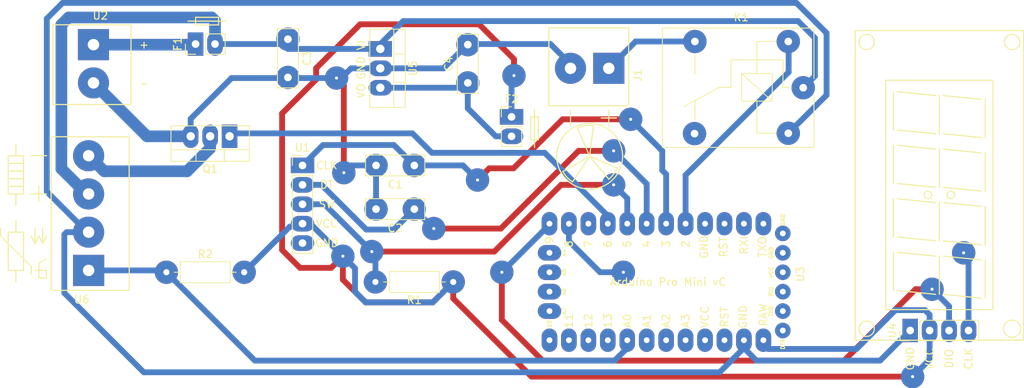
<source format=kicad_pcb>
(kicad_pcb (version 20171130) (host pcbnew 5.1.9-73d0e3b20d~88~ubuntu20.04.1)

  (general
    (thickness 1.6)
    (drawings 0)
    (tracks 193)
    (zones 0)
    (modules 17)
    (nets 41)
  )

  (page A4)
  (layers
    (0 F.Cu signal)
    (31 B.Cu signal)
    (32 B.Adhes user)
    (33 F.Adhes user)
    (34 B.Paste user)
    (35 F.Paste user)
    (36 B.SilkS user)
    (37 F.SilkS user)
    (38 B.Mask user)
    (39 F.Mask user)
    (40 Dwgs.User user)
    (41 Cmts.User user)
    (42 Eco1.User user)
    (43 Eco2.User user)
    (44 Edge.Cuts user)
    (45 Margin user)
    (46 B.CrtYd user)
    (47 F.CrtYd user)
    (48 B.Fab user)
    (49 F.Fab user)
  )

  (setup
    (last_trace_width 0.762)
    (user_trace_width 1.524)
    (trace_clearance 0.762)
    (zone_clearance 0.508)
    (zone_45_only no)
    (trace_min 0.2)
    (via_size 3.048)
    (via_drill 0.4)
    (via_min_size 0.4)
    (via_min_drill 0.3)
    (uvia_size 0.3)
    (uvia_drill 0.1)
    (uvias_allowed no)
    (uvia_min_size 0.2)
    (uvia_min_drill 0.1)
    (edge_width 0.05)
    (segment_width 0.2)
    (pcb_text_width 0.3)
    (pcb_text_size 1.5 1.5)
    (mod_edge_width 0.12)
    (mod_text_size 1 1)
    (mod_text_width 0.15)
    (pad_size 1.524 1.524)
    (pad_drill 0.762)
    (pad_to_mask_clearance 0)
    (aux_axis_origin 0 0)
    (visible_elements FFFFFF7F)
    (pcbplotparams
      (layerselection 0x010fc_ffffffff)
      (usegerberextensions false)
      (usegerberattributes true)
      (usegerberadvancedattributes true)
      (creategerberjobfile true)
      (excludeedgelayer true)
      (linewidth 0.100000)
      (plotframeref false)
      (viasonmask false)
      (mode 1)
      (useauxorigin false)
      (hpglpennumber 1)
      (hpglpenspeed 20)
      (hpglpendiameter 15.000000)
      (psnegative false)
      (psa4output false)
      (plotreference true)
      (plotvalue true)
      (plotinvisibletext false)
      (padsonsilk false)
      (subtractmaskfromsilk false)
      (outputformat 1)
      (mirror false)
      (drillshape 1)
      (scaleselection 1)
      (outputdirectory ""))
  )

  (net 0 "")
  (net 1 GND)
  (net 2 "Net-(C1-Pad1)")
  (net 3 "Net-(C2-Pad1)")
  (net 4 +12Vf)
  (net 5 "Net-(C4-Pad1)")
  (net 6 +12V)
  (net 7 +5V)
  (net 8 "Net-(J1-Pad1)")
  (net 9 "Net-(K1-Pad4)")
  (net 10 "Net-(K1-Pad2)")
  (net 11 "Net-(Q1-Pad1)")
  (net 12 "Net-(R1-Pad2)")
  (net 13 "Net-(R2-Pad1)")
  (net 14 "Net-(U3-Pad28)")
  (net 15 "Net-(U3-Pad27)")
  (net 16 "Net-(U3-Pad26)")
  (net 17 "Net-(U3-Pad25)")
  (net 18 "Net-(U3-Pad34)")
  (net 19 "Net-(U3-Pad33)")
  (net 20 "Net-(U3-Pad32)")
  (net 21 "Net-(U3-Pad31)")
  (net 22 "Net-(U3-Pad30)")
  (net 23 "Net-(U3-Pad29)")
  (net 24 "Net-(U3-Pad24)")
  (net 25 "Net-(U3-Pad23)")
  (net 26 "Net-(U3-Pad22)")
  (net 27 "Net-(U3-Pad21)")
  (net 28 "Net-(U3-Pad19)")
  (net 29 "Net-(U3-Pad18)")
  (net 30 "Net-(U3-Pad17)")
  (net 31 "Net-(U3-Pad16)")
  (net 32 "Net-(U3-Pad15)")
  (net 33 "Net-(U3-Pad12)")
  (net 34 "Net-(U3-Pad11)")
  (net 35 "Net-(U3-Pad10)")
  (net 36 "Net-(U3-Pad4)")
  (net 37 "Net-(U3-Pad3)")
  (net 38 "Net-(U3-Pad2)")
  (net 39 "Net-(U3-Pad1)")
  (net 40 +12Vh)

  (net_class Default "This is the default net class."
    (clearance 0.762)
    (trace_width 0.762)
    (via_dia 3.048)
    (via_drill 0.4)
    (uvia_dia 0.3)
    (uvia_drill 0.1)
    (add_net +12V)
    (add_net +12Vf)
    (add_net +12Vh)
    (add_net +5V)
    (add_net GND)
    (add_net "Net-(C1-Pad1)")
    (add_net "Net-(C2-Pad1)")
    (add_net "Net-(C4-Pad1)")
    (add_net "Net-(J1-Pad1)")
    (add_net "Net-(K1-Pad2)")
    (add_net "Net-(K1-Pad4)")
    (add_net "Net-(Q1-Pad1)")
    (add_net "Net-(R1-Pad2)")
    (add_net "Net-(R2-Pad1)")
    (add_net "Net-(U3-Pad1)")
    (add_net "Net-(U3-Pad10)")
    (add_net "Net-(U3-Pad11)")
    (add_net "Net-(U3-Pad12)")
    (add_net "Net-(U3-Pad15)")
    (add_net "Net-(U3-Pad16)")
    (add_net "Net-(U3-Pad17)")
    (add_net "Net-(U3-Pad18)")
    (add_net "Net-(U3-Pad19)")
    (add_net "Net-(U3-Pad2)")
    (add_net "Net-(U3-Pad21)")
    (add_net "Net-(U3-Pad22)")
    (add_net "Net-(U3-Pad23)")
    (add_net "Net-(U3-Pad24)")
    (add_net "Net-(U3-Pad25)")
    (add_net "Net-(U3-Pad26)")
    (add_net "Net-(U3-Pad27)")
    (add_net "Net-(U3-Pad28)")
    (add_net "Net-(U3-Pad29)")
    (add_net "Net-(U3-Pad3)")
    (add_net "Net-(U3-Pad30)")
    (add_net "Net-(U3-Pad31)")
    (add_net "Net-(U3-Pad32)")
    (add_net "Net-(U3-Pad33)")
    (add_net "Net-(U3-Pad34)")
    (add_net "Net-(U3-Pad4)")
  )

  (net_class Power ""
    (clearance 0.762)
    (trace_width 1.778)
    (via_dia 2.032)
    (via_drill 0.4)
    (uvia_dia 0.3)
    (uvia_drill 0.1)
  )

  (module My_Parts:4-pole_Heater_thermistor_screw_terminal (layer F.Cu) (tedit 5FE611B9) (tstamp 5FE679BE)
    (at 78.74 81.675 180)
    (path /5FF7511B)
    (fp_text reference U6 (at 0.9 -3.8) (layer F.SilkS)
      (effects (font (size 1 1) (thickness 0.15)))
    )
    (fp_text value 4-pole_Heater_thermistor_screw_terminal (at 0.9 -5.3) (layer F.Fab) hide
      (effects (font (size 1 1) (thickness 0.15)))
    )
    (fp_line (start -5.3 -2.6) (end 4.9 -2.6) (layer F.SilkS) (width 0.15))
    (fp_line (start -5.3 12.4) (end -5.3 -2.6) (layer F.SilkS) (width 0.15))
    (fp_line (start 4.9 -2.6) (end 4.9 12.4) (layer F.SilkS) (width 0.15))
    (fp_line (start 4.9 17.48) (end -5.3 17.48) (layer F.SilkS) (width 0.15))
    (fp_line (start -5.3 12.4) (end -5.3 17.48) (layer F.SilkS) (width 0.15))
    (fp_line (start 4.9 17.48) (end 4.9 12.4) (layer F.SilkS) (width 0.15))
    (fp_line (start 11.5 4.5) (end 7.5 0.5) (layer F.SilkS) (width 0.15))
    (fp_line (start 10.5 5) (end 10.5 0) (layer F.SilkS) (width 0.15))
    (fp_line (start 7 5.5) (end 7 3.5) (layer F.SilkS) (width 0.15))
    (fp_line (start 7 3.5) (end 6.5 4.5) (layer F.SilkS) (width 0.15))
    (fp_line (start 9.5 0) (end 9.5 -1.5) (layer F.SilkS) (width 0.15))
    (fp_line (start 10.5 0) (end 8.5 0) (layer F.SilkS) (width 0.15))
    (fp_line (start 7 3.5) (end 7.5 4.5) (layer F.SilkS) (width 0.15))
    (fp_line (start 11.5 5.5) (end 11.5 4.5) (layer F.SilkS) (width 0.15))
    (fp_line (start 7.5 0.5) (end 7.5 -0.5) (layer F.SilkS) (width 0.15))
    (fp_line (start 8.5 5) (end 10.5 5) (layer F.SilkS) (width 0.15))
    (fp_line (start 9.5 5) (end 9.5 6.5) (layer F.SilkS) (width 0.15))
    (fp_line (start 8.5 0) (end 8.5 5) (layer F.SilkS) (width 0.15))
    (fp_line (start 6 3.5) (end 6.5 4.5) (layer F.SilkS) (width 0.15))
    (fp_line (start 6 3.5) (end 5.5 4.5) (layer F.SilkS) (width 0.15))
    (fp_line (start 6 5.5) (end 6 3.5) (layer F.SilkS) (width 0.15))
    (fp_line (start 5.5 1.5) (end 6.5 1) (layer F.SilkS) (width 0.15))
    (fp_line (start 6.5 1) (end 6.5 -1) (layer F.SilkS) (width 0.15))
    (fp_line (start 6.5 -1) (end 5.5 -1) (layer F.SilkS) (width 0.15))
    (fp_line (start 5.5 -1) (end 5.5 0) (layer F.SilkS) (width 0.15))
    (fp_line (start 5.5 0) (end 7 0) (layer F.SilkS) (width 0.15))
    (fp_line (start 8.5 10) (end 10.5 10) (layer F.SilkS) (width 0.15))
    (fp_line (start 10.5 10) (end 10.5 15) (layer F.SilkS) (width 0.15))
    (fp_line (start 10.5 15) (end 8.5 15) (layer F.SilkS) (width 0.15))
    (fp_line (start 8.5 15) (end 8.5 10) (layer F.SilkS) (width 0.15))
    (fp_line (start 9.5 10) (end 9.5 8.5) (layer F.SilkS) (width 0.15))
    (fp_line (start 9.5 15) (end 9.5 16.5) (layer F.SilkS) (width 0.15))
    (fp_line (start 10.5 14) (end 8.5 14) (layer F.SilkS) (width 0.15))
    (fp_line (start 8.5 13) (end 10.5 13) (layer F.SilkS) (width 0.15))
    (fp_line (start 10.5 12) (end 8.5 12) (layer F.SilkS) (width 0.15))
    (fp_line (start 8.5 11) (end 10.5 11) (layer F.SilkS) (width 0.15))
    (fp_line (start 6.5 11) (end 6.5 9) (layer F.SilkS) (width 0.15))
    (fp_line (start 5.5 10) (end 7.5 10) (layer F.SilkS) (width 0.15))
    (fp_line (start 5.5 15) (end 7.5 15) (layer F.SilkS) (width 0.15))
    (pad 1 thru_hole rect (at 0 0 180) (size 4.064 4.064) (drill 1.5) (layers *.Cu *.Mask)
      (net 13 "Net-(R2-Pad1)"))
    (pad 2 thru_hole circle (at 0 5 180) (size 4.064 4.064) (drill 1.5) (layers *.Cu *.Mask)
      (net 1 GND))
    (pad 3 thru_hole circle (at 0 10 180) (size 4.064 4.064) (drill 1.5) (layers *.Cu *.Mask)
      (net 4 +12Vf))
    (pad 4 thru_hole circle (at 0 15 180) (size 4.064 4.064) (drill 1.5) (layers *.Cu *.Mask)
      (net 40 +12Vh))
  )

  (module My_Parts:LM7805_TO-220-3_Vertical_larger (layer F.Cu) (tedit 5EAC9CE9) (tstamp 5FE6798F)
    (at 116.84 52.705 270)
    (descr "TO-220-3, Vertical, RM 2.54mm, see https://www.vishay.com/docs/66542/to-220-1.pdf")
    (tags "TO-220-3 Vertical RM 2.54mm")
    (path /5FE5EB72)
    (fp_text reference U5 (at 2.54 -4.27 90) (layer F.SilkS)
      (effects (font (size 1 1) (thickness 0.15)))
    )
    (fp_text value L7805 (at 2 -6 90) (layer F.Fab) hide
      (effects (font (size 1 1) (thickness 0.15)))
    )
    (fp_text user VO (at 5.5 2.5 90) (layer F.SilkS)
      (effects (font (size 1 1) (thickness 0.15)))
    )
    (fp_text user GND (at 2.5 2.5 90) (layer F.SilkS)
      (effects (font (size 1 1) (thickness 0.15)))
    )
    (fp_text user VI (at -0.5 2.5 90) (layer F.SilkS)
      (effects (font (size 1 1) (thickness 0.15)))
    )
    (fp_text user %R (at 2.54 -4.27 90) (layer F.Fab)
      (effects (font (size 1 1) (thickness 0.15)))
    )
    (fp_line (start -2.46 -3.15) (end -2.46 1.25) (layer F.Fab) (width 0.1))
    (fp_line (start -2.46 1.25) (end 7.54 1.25) (layer F.Fab) (width 0.1))
    (fp_line (start 7.54 1.25) (end 7.54 -3.15) (layer F.Fab) (width 0.1))
    (fp_line (start 7.54 -3.15) (end -2.46 -3.15) (layer F.Fab) (width 0.1))
    (fp_line (start -2.46 -1.88) (end 7.54 -1.88) (layer F.Fab) (width 0.1))
    (fp_line (start 0.69 -3.15) (end 0.69 -1.88) (layer F.Fab) (width 0.1))
    (fp_line (start 4.39 -3.15) (end 4.39 -1.88) (layer F.Fab) (width 0.1))
    (fp_line (start -2.58 -3.27) (end 7.66 -3.27) (layer F.SilkS) (width 0.12))
    (fp_line (start -2.58 1.371) (end 7.66 1.371) (layer F.SilkS) (width 0.12))
    (fp_line (start -2.58 -3.27) (end -2.58 1.371) (layer F.SilkS) (width 0.12))
    (fp_line (start 7.66 -3.27) (end 7.66 1.371) (layer F.SilkS) (width 0.12))
    (fp_line (start -2.58 -1.76) (end 7.66 -1.76) (layer F.SilkS) (width 0.12))
    (fp_line (start 0.69 -3.27) (end 0.69 -1.76) (layer F.SilkS) (width 0.12))
    (fp_line (start 4.391 -3.27) (end 4.391 -1.76) (layer F.SilkS) (width 0.12))
    (fp_line (start -2.71 -3.4) (end -2.71 1.51) (layer F.CrtYd) (width 0.05))
    (fp_line (start -2.71 1.51) (end 7.79 1.51) (layer F.CrtYd) (width 0.05))
    (fp_line (start 7.79 1.51) (end 7.79 -3.4) (layer F.CrtYd) (width 0.05))
    (fp_line (start 7.79 -3.4) (end -2.71 -3.4) (layer F.CrtYd) (width 0.05))
    (pad 3 thru_hole oval (at 5.08 0 270) (size 2.032 3.048) (drill 1.1) (layers *.Cu *.Mask)
      (net 5 "Net-(C4-Pad1)"))
    (pad 2 thru_hole oval (at 2.54 0 270) (size 2.032 3.048) (drill 1.1) (layers *.Cu *.Mask)
      (net 1 GND))
    (pad 1 thru_hole rect (at 0 0 270) (size 2.032 3.048) (drill 1.1) (layers *.Cu *.Mask)
      (net 4 +12Vf))
    (model ${KISYS3DMOD}/Package_TO_SOT_THT.3dshapes/TO-220-3_Vertical.wrl
      (at (xyz 0 0 0))
      (scale (xyz 1 1 1))
      (rotate (xyz 0 0 0))
    )
  )

  (module My_Parts:TM1637_large (layer F.Cu) (tedit 5FE60947) (tstamp 5FE67972)
    (at 189.865 90.805 90)
    (descr "Through hole straight pin header, 1x04, 2.54mm pitch, single row")
    (tags "Through hole pin header THT 1x04 2.54mm single row")
    (path /5FEF9893)
    (fp_text reference U4 (at 1.27 -6.14 90) (layer F.SilkS)
      (effects (font (size 1 1) (thickness 0.15)))
    )
    (fp_text value TM1637_4x7-segment_display (at 9 9.5 90) (layer F.Fab) hide
      (effects (font (size 1 1) (thickness 0.15)))
    )
    (fp_text user GND (at -2.42 -3.81 90) (layer F.SilkS)
      (effects (font (size 1 1) (thickness 0.15)))
    )
    (fp_text user VCC (at -2.42 -1.27 90) (layer F.SilkS)
      (effects (font (size 1 1) (thickness 0.15)))
    )
    (fp_text user DIO (at -2.42 1.27 90) (layer F.SilkS)
      (effects (font (size 1 1) (thickness 0.15)))
    )
    (fp_text user CLK (at -2.42 3.81 90) (layer F.SilkS)
      (effects (font (size 1 1) (thickness 0.15)))
    )
    (fp_line (start 3.07 -5.61) (end -0.53 -5.61) (layer F.CrtYd) (width 0.05))
    (fp_line (start 3.07 5.59) (end 3.07 -5.61) (layer F.CrtYd) (width 0.05))
    (fp_line (start -0.53 5.59) (end 3.07 5.59) (layer F.CrtYd) (width 0.05))
    (fp_line (start -0.53 -5.61) (end -0.53 5.59) (layer F.CrtYd) (width 0.05))
    (fp_line (start -0.06 -5.14) (end 1.27 -5.14) (layer F.SilkS) (width 0.12))
    (fp_line (start -0.06 -3.81) (end -0.06 -5.14) (layer F.SilkS) (width 0.12))
    (fp_line (start -0.06 -2.54) (end 2.6 -2.54) (layer F.SilkS) (width 0.12))
    (fp_line (start 2.6 -2.54) (end 2.6 5.14) (layer F.SilkS) (width 0.12))
    (fp_line (start -0.06 -2.54) (end -0.06 5.14) (layer F.SilkS) (width 0.12))
    (fp_line (start -0.06 5.14) (end 2.6 5.14) (layer F.SilkS) (width 0.12))
    (fp_line (start 0 -4.445) (end 0.635 -5.08) (layer F.Fab) (width 0.1))
    (fp_line (start 0 5.08) (end 0 -4.445) (layer F.Fab) (width 0.1))
    (fp_line (start 2.54 5.08) (end 0 5.08) (layer F.Fab) (width 0.1))
    (fp_line (start 2.54 -5.08) (end 2.54 5.08) (layer F.Fab) (width 0.1))
    (fp_line (start 0.635 -5.08) (end 2.54 -5.08) (layer F.Fab) (width 0.1))
    (fp_line (start 0 0) (end 0 -11) (layer F.SilkS) (width 0.15))
    (fp_line (start 0 -11) (end 40.5 -11) (layer F.SilkS) (width 0.15))
    (fp_line (start 40.5 -11) (end 40.5 11) (layer F.SilkS) (width 0.15))
    (fp_line (start 40.5 11) (end 0 11) (layer F.SilkS) (width 0.15))
    (fp_line (start 0 11) (end 0 0) (layer F.SilkS) (width 0.15))
    (fp_circle (center 39 9.5) (end 40 9.5) (layer F.SilkS) (width 0.15))
    (fp_circle (center 1.5 9.5) (end 0.5 10) (layer F.SilkS) (width 0.15))
    (fp_circle (center 1.5 -9.5) (end 0.5 -9.5) (layer F.SilkS) (width 0.15))
    (fp_circle (center 39 -9.5) (end 40 -9.5) (layer F.SilkS) (width 0.15))
    (fp_line (start 4 0) (end 4 -7) (layer F.SilkS) (width 0.15))
    (fp_line (start 4 -7) (end 34 -7) (layer F.SilkS) (width 0.15))
    (fp_line (start 34 -7) (end 34 7) (layer F.SilkS) (width 0.15))
    (fp_line (start 34 7) (end 4 7) (layer F.SilkS) (width 0.15))
    (fp_line (start 4 7) (end 4 0) (layer F.SilkS) (width 0.15))
    (fp_line (start 5.5 6) (end 10.5 6) (layer F.SilkS) (width 0.15))
    (fp_line (start 19.5 6) (end 24.5 6) (layer F.SilkS) (width 0.15))
    (fp_line (start 12.5 6) (end 17.5 6) (layer F.SilkS) (width 0.15))
    (fp_line (start 12.5 6) (end 17.5 6) (layer F.SilkS) (width 0.15))
    (fp_line (start 26.5 6) (end 31.5 6) (layer F.SilkS) (width 0.15))
    (fp_line (start 6.5 -6) (end 11.5 -6) (layer F.SilkS) (width 0.15))
    (fp_line (start 20.5 -6) (end 25.5 -6) (layer F.SilkS) (width 0.15))
    (fp_line (start 27.5 -6) (end 32.5 -6) (layer F.SilkS) (width 0.15))
    (fp_line (start 13.5 -6) (end 18.5 -6) (layer F.SilkS) (width 0.15))
    (fp_line (start 13.5 -6) (end 18.5 -6) (layer F.SilkS) (width 0.15))
    (fp_line (start 6.5 -5.5) (end 6 -0.5) (layer F.SilkS) (width 0.15))
    (fp_line (start 6 0.5) (end 5.5 5.5) (layer F.SilkS) (width 0.15))
    (fp_line (start 11.5 -5.5) (end 11 -0.5) (layer F.SilkS) (width 0.15))
    (fp_line (start 11 0.5) (end 10.5 5.5) (layer F.SilkS) (width 0.15))
    (fp_line (start 6 0) (end 11 0) (layer F.SilkS) (width 0.15))
    (fp_line (start 13.5 -5.5) (end 13 -0.5) (layer F.SilkS) (width 0.15))
    (fp_line (start 13 0.5) (end 12.5 5.5) (layer F.SilkS) (width 0.15))
    (fp_line (start 18.5 -5.5) (end 18 -0.5) (layer F.SilkS) (width 0.15))
    (fp_line (start 13 0) (end 18 0) (layer F.SilkS) (width 0.15))
    (fp_line (start 18 0.5) (end 17.5 5.5) (layer F.SilkS) (width 0.15))
    (fp_line (start 20.5 -5.5) (end 20 -0.5) (layer F.SilkS) (width 0.15))
    (fp_line (start 20 0.5) (end 19.5 5.5) (layer F.SilkS) (width 0.15))
    (fp_line (start 25.5 -5.5) (end 25 -0.5) (layer F.SilkS) (width 0.15))
    (fp_line (start 20 0) (end 25 0) (layer F.SilkS) (width 0.15))
    (fp_line (start 25 0.5) (end 24.5 5.5) (layer F.SilkS) (width 0.15))
    (fp_line (start 27.5 -5.5) (end 27 -0.5) (layer F.SilkS) (width 0.15))
    (fp_line (start 27 0.5) (end 26.5 5.5) (layer F.SilkS) (width 0.15))
    (fp_line (start 32.5 -5.5) (end 32 -0.5) (layer F.SilkS) (width 0.15))
    (fp_line (start 27 0) (end 32 0) (layer F.SilkS) (width 0.15))
    (fp_line (start 32 0.5) (end 31.5 5.5) (layer F.SilkS) (width 0.15))
    (fp_circle (center 19 1.5) (end 18.5 1.5) (layer F.SilkS) (width 0.15))
    (fp_circle (center 19 -1.5) (end 18.5 -1.5) (layer F.SilkS) (width 0.15))
    (pad 4 thru_hole oval (at 1.27 3.81 90) (size 3.048 2.032) (drill 1) (layers *.Cu *.Mask)
      (net 34 "Net-(U3-Pad11)"))
    (pad 3 thru_hole oval (at 1.27 1.27 90) (size 3.048 2.032) (drill 1) (layers *.Cu *.Mask)
      (net 33 "Net-(U3-Pad12)"))
    (pad 2 thru_hole oval (at 1.27 -1.27 90) (size 3.048 2.032) (drill 1) (layers *.Cu *.Mask)
      (net 7 +5V))
    (pad 1 thru_hole rect (at 1.27 -3.81 90) (size 3.048 2.032) (drill 1) (layers *.Cu *.Mask)
      (net 1 GND))
    (model ${KISYS3DMOD}/Connector_PinHeader_2.54mm.3dshapes/PinHeader_1x04_P2.54mm_Vertical.wrl
      (at (xyz 0 0 0))
      (scale (xyz 1 1 1))
      (rotate (xyz 0 0 0))
    )
  )

  (module My_Arduino:Arduino_Pro_Mini_vC_larger_pads (layer F.Cu) (tedit 5E6C2A47) (tstamp 5FE67929)
    (at 170.815 74.295 270)
    (path /5FE5DD9A)
    (fp_text reference U3 (at 7.874 -0.889 90) (layer F.SilkS)
      (effects (font (size 1 1) (thickness 0.15)))
    )
    (fp_text value Arduino_Mini_Pro (at 7.874 -2.159 90) (layer F.Fab) hide
      (effects (font (size 1 1) (thickness 0.15)))
    )
    (fp_text user "Arduino Pro Mini vC" (at 8.89 16.383 180) (layer F.SilkS)
      (effects (font (size 1 1) (thickness 0.15)))
    )
    (fp_text user A7 (at 12.7 29.972 90) (layer F.SilkS)
      (effects (font (size 0.508 0.508) (thickness 0.127)))
    )
    (fp_text user A6 (at 10.16 29.972 90) (layer F.SilkS)
      (effects (font (size 0.508 0.508) (thickness 0.127)))
    )
    (fp_text user A5 (at 7.62 29.972 90) (layer F.SilkS)
      (effects (font (size 0.508 0.508) (thickness 0.127)))
    )
    (fp_text user A4 (at 5.08 29.972 90) (layer F.SilkS)
      (effects (font (size 0.508 0.508) (thickness 0.127)))
    )
    (fp_text user GND (at 0.762 1.397 90) (layer F.SilkS)
      (effects (font (size 0.508 0.508) (thickness 0.127)))
    )
    (fp_text user DTR (at 17.018 1.397 90) (layer F.SilkS)
      (effects (font (size 0.508 0.508) (thickness 0.127)))
    )
    (fp_text user TXO (at 12.7 2.921 90) (layer F.SilkS)
      (effects (font (size 0.508 0.508) (thickness 0.127)))
    )
    (fp_text user RXI (at 10.16 2.921 90) (layer F.SilkS)
      (effects (font (size 0.508 0.508) (thickness 0.127)))
    )
    (fp_text user VCC (at 7.62 2.921 90) (layer F.SilkS)
      (effects (font (size 0.508 0.508) (thickness 0.127)))
    )
    (fp_text user GND (at 5.08 2.921 90) (layer F.SilkS)
      (effects (font (size 0.508 0.508) (thickness 0.127)))
    )
    (fp_text user 10 (at 14.351 31.877 90) (layer F.SilkS)
      (effects (font (size 0.508 0.508) (thickness 0.127)))
    )
    (fp_text user 11 (at 13.97 29.337 90) (layer F.SilkS)
      (effects (font (size 1 1) (thickness 0.15)))
    )
    (fp_text user 12 (at 13.97 26.797 90) (layer F.SilkS)
      (effects (font (size 1 1) (thickness 0.15)))
    )
    (fp_text user 13 (at 13.97 24.257 90) (layer F.SilkS)
      (effects (font (size 1 1) (thickness 0.15)))
    )
    (fp_text user A0 (at 13.97 21.717 90) (layer F.SilkS)
      (effects (font (size 1 1) (thickness 0.15)))
    )
    (fp_text user A1 (at 13.97 19.177 90) (layer F.SilkS)
      (effects (font (size 1 1) (thickness 0.15)))
    )
    (fp_text user A2 (at 13.97 16.637 90) (layer F.SilkS)
      (effects (font (size 1 1) (thickness 0.15)))
    )
    (fp_text user A3 (at 13.97 14.097 90) (layer F.SilkS)
      (effects (font (size 1 1) (thickness 0.15)))
    )
    (fp_text user VCC (at 13.462 11.557 90) (layer F.SilkS)
      (effects (font (size 1 1) (thickness 0.15)))
    )
    (fp_text user RST (at 13.462 9.017 90) (layer F.SilkS)
      (effects (font (size 1 1) (thickness 0.15)))
    )
    (fp_text user GND (at 13.462 6.604 90) (layer F.SilkS)
      (effects (font (size 1 1) (thickness 0.15)))
    )
    (fp_text user RAW (at 13.208 3.937 90) (layer F.SilkS)
      (effects (font (size 1 1) (thickness 0.15)))
    )
    (fp_text user 9 (at 3.429 31.877 90) (layer F.SilkS)
      (effects (font (size 1 1) (thickness 0.15)))
    )
    (fp_text user 8 (at 3.937 29.337 90) (layer F.SilkS)
      (effects (font (size 1 1) (thickness 0.15)))
    )
    (fp_text user 7 (at 3.937 26.797 90) (layer F.SilkS)
      (effects (font (size 1 1) (thickness 0.15)))
    )
    (fp_text user 6 (at 3.937 24.257 90) (layer F.SilkS)
      (effects (font (size 1 1) (thickness 0.15)))
    )
    (fp_text user 5 (at 3.937 21.717 90) (layer F.SilkS)
      (effects (font (size 1 1) (thickness 0.15)))
    )
    (fp_text user 4 (at 3.937 19.177 90) (layer F.SilkS)
      (effects (font (size 1 1) (thickness 0.15)))
    )
    (fp_text user 3 (at 3.937 16.637 90) (layer F.SilkS)
      (effects (font (size 1 1) (thickness 0.15)))
    )
    (fp_text user 2 (at 3.937 14.097 90) (layer F.SilkS)
      (effects (font (size 1 1) (thickness 0.15)))
    )
    (fp_text user GND (at 4.318 11.684 90) (layer F.SilkS)
      (effects (font (size 1 1) (thickness 0.15)))
    )
    (fp_text user RST (at 4.318 9.144 90) (layer F.SilkS)
      (effects (font (size 1 1) (thickness 0.15)))
    )
    (fp_text user RXI (at 4.064 6.477 90) (layer F.SilkS)
      (effects (font (size 1 1) (thickness 0.15)))
    )
    (fp_text user TXO (at 4.318 4.064 90) (layer F.SilkS)
      (effects (font (size 1 1) (thickness 0.15)))
    )
    (fp_line (start 0 0) (end 18.034 0) (layer F.Fab) (width 0.12))
    (fp_line (start 18.034 0) (end 18.034 33.274) (layer F.Fab) (width 0.12))
    (fp_line (start 18.034 33.274) (end 0 33.274) (layer F.Fab) (width 0.12))
    (fp_line (start 0 33.274) (end 0 0) (layer F.Fab) (width 0.12))
    (pad 28 thru_hole oval (at 12.7 31.877 270) (size 2.032 3.048) (drill 0.762) (layers *.Cu *.Mask)
      (net 14 "Net-(U3-Pad28)"))
    (pad 27 thru_hole oval (at 10.16 31.877 270) (size 2.032 3.048) (drill 0.762) (layers *.Cu *.Mask)
      (net 15 "Net-(U3-Pad27)"))
    (pad 26 thru_hole oval (at 7.62 31.877 270) (size 2.032 3.048) (drill 0.762) (layers *.Cu *.Mask)
      (net 16 "Net-(U3-Pad26)"))
    (pad 25 thru_hole oval (at 5.08 31.877 270) (size 2.032 3.048) (drill 0.762) (layers *.Cu *.Mask)
      (net 17 "Net-(U3-Pad25)"))
    (pad 34 thru_hole oval (at 15.24 1.397 270) (size 2.032 2.032) (drill 0.762) (layers *.Cu *.Mask)
      (net 18 "Net-(U3-Pad34)"))
    (pad 33 thru_hole oval (at 12.7 1.397 270) (size 2.032 2.032) (drill 0.762) (layers *.Cu *.Mask)
      (net 19 "Net-(U3-Pad33)"))
    (pad 32 thru_hole oval (at 10.16 1.397 270) (size 2.032 2.032) (drill 0.762) (layers *.Cu *.Mask)
      (net 20 "Net-(U3-Pad32)"))
    (pad 31 thru_hole oval (at 7.62 1.397 270) (size 2.032 2.032) (drill 0.762) (layers *.Cu *.Mask)
      (net 21 "Net-(U3-Pad31)"))
    (pad 30 thru_hole oval (at 5.08 1.397 270) (size 2.032 2.032) (drill 0.762) (layers *.Cu *.Mask)
      (net 22 "Net-(U3-Pad30)"))
    (pad 29 thru_hole oval (at 2.54 1.397 270) (size 2.032 2.032) (drill 0.762) (layers *.Cu *.Mask)
      (net 23 "Net-(U3-Pad29)"))
    (pad 24 thru_hole oval (at 16.51 31.877 270) (size 3.048 2.032) (drill 0.762) (layers *.Cu *.Mask)
      (net 24 "Net-(U3-Pad24)"))
    (pad 23 thru_hole oval (at 16.51 29.337 270) (size 3.048 2.032) (drill 0.762) (layers *.Cu *.Mask)
      (net 25 "Net-(U3-Pad23)"))
    (pad 22 thru_hole oval (at 16.51 26.797 270) (size 3.048 2.032) (drill 0.762) (layers *.Cu *.Mask)
      (net 26 "Net-(U3-Pad22)"))
    (pad 21 thru_hole oval (at 16.51 24.257 270) (size 3.048 2.032) (drill 0.762) (layers *.Cu *.Mask)
      (net 27 "Net-(U3-Pad21)"))
    (pad 20 thru_hole oval (at 16.51 21.717 270) (size 3.048 2.032) (drill 0.762) (layers *.Cu *.Mask)
      (net 13 "Net-(R2-Pad1)"))
    (pad 19 thru_hole oval (at 16.51 19.177 270) (size 3.048 2.032) (drill 0.762) (layers *.Cu *.Mask)
      (net 28 "Net-(U3-Pad19)"))
    (pad 18 thru_hole oval (at 16.51 16.637 270) (size 3.048 2.032) (drill 0.762) (layers *.Cu *.Mask)
      (net 29 "Net-(U3-Pad18)"))
    (pad 17 thru_hole oval (at 16.51 14.097 270) (size 3.048 2.032) (drill 0.762) (layers *.Cu *.Mask)
      (net 30 "Net-(U3-Pad17)"))
    (pad 16 thru_hole oval (at 16.51 11.557 270) (size 3.048 2.032) (drill 0.762) (layers *.Cu *.Mask)
      (net 31 "Net-(U3-Pad16)"))
    (pad 15 thru_hole oval (at 16.51 9.017 270) (size 3.048 2.032) (drill 0.762) (layers *.Cu *.Mask)
      (net 32 "Net-(U3-Pad15)"))
    (pad 14 thru_hole oval (at 16.51 6.477 270) (size 3.048 2.032) (drill 0.762) (layers *.Cu *.Mask)
      (net 1 GND))
    (pad 13 thru_hole oval (at 16.51 3.937 270) (size 3.048 2.032) (drill 0.762) (layers *.Cu *.Mask)
      (net 7 +5V))
    (pad 12 thru_hole oval (at 1.27 31.877 270) (size 3.048 2.032) (drill 0.762) (layers *.Cu *.Mask)
      (net 33 "Net-(U3-Pad12)"))
    (pad 11 thru_hole oval (at 1.27 29.337 270) (size 3.048 2.032) (drill 0.762) (layers *.Cu *.Mask)
      (net 34 "Net-(U3-Pad11)"))
    (pad 10 thru_hole oval (at 1.27 26.797 270) (size 3.048 2.032) (drill 0.762) (layers *.Cu *.Mask)
      (net 35 "Net-(U3-Pad10)"))
    (pad 9 thru_hole oval (at 1.27 24.257 270) (size 3.048 2.032) (drill 0.762) (layers *.Cu *.Mask)
      (net 11 "Net-(Q1-Pad1)"))
    (pad 8 thru_hole oval (at 1.27 21.717 270) (size 3.048 2.032) (drill 0.762) (layers *.Cu *.Mask)
      (net 12 "Net-(R1-Pad2)"))
    (pad 7 thru_hole oval (at 1.27 19.177 270) (size 3.048 2.032) (drill 0.762) (layers *.Cu *.Mask)
      (net 3 "Net-(C2-Pad1)"))
    (pad 6 thru_hole oval (at 1.27 16.637 270) (size 3.048 2.032) (drill 0.762) (layers *.Cu *.Mask)
      (net 2 "Net-(C1-Pad1)"))
    (pad 5 thru_hole oval (at 1.27 14.097 270) (size 3.048 2.032) (drill 0.762) (layers *.Cu *.Mask)
      (net 10 "Net-(K1-Pad2)"))
    (pad 4 thru_hole oval (at 1.27 11.557 270) (size 3.048 2.032) (drill 0.762) (layers *.Cu *.Mask)
      (net 36 "Net-(U3-Pad4)"))
    (pad 3 thru_hole oval (at 1.27 9.017 270) (size 3.048 2.032) (drill 0.762) (layers *.Cu *.Mask)
      (net 37 "Net-(U3-Pad3)"))
    (pad 2 thru_hole oval (at 1.27 6.477 270) (size 3.048 2.032) (drill 0.762) (layers *.Cu *.Mask)
      (net 38 "Net-(U3-Pad2)"))
    (pad 1 thru_hole oval (at 1.27 3.937 270) (size 3.048 2.032) (drill 0.762) (layers *.Cu *.Mask)
      (net 39 "Net-(U3-Pad1)"))
  )

  (module My_Parts:2-pole_power_in_screw_terminal (layer F.Cu) (tedit 5EB720AC) (tstamp 5FE678DC)
    (at 79.375 52.15)
    (path /5FFBC0C9)
    (fp_text reference U2 (at 0.9 -3.8) (layer F.SilkS)
      (effects (font (size 1 1) (thickness 0.15)))
    )
    (fp_text value 2-pole_power_in_screw_terminal (at 0.9 -5.3) (layer F.Fab) hide
      (effects (font (size 1 1) (thickness 0.15)))
    )
    (fp_text user + (at 6.604 0) (layer F.SilkS)
      (effects (font (size 1 1) (thickness 0.15)))
    )
    (fp_text user - (at 6.604 5.08) (layer F.SilkS)
      (effects (font (size 1 1) (thickness 0.15)))
    )
    (fp_line (start -5.3 -2.6) (end 4.9 -2.6) (layer F.SilkS) (width 0.15))
    (fp_line (start 4.9 7.828) (end -5.3 7.828) (layer F.SilkS) (width 0.15))
    (fp_line (start -5.3 -2.6) (end -5.3 7.828) (layer F.SilkS) (width 0.15))
    (fp_line (start 4.9 -2.6) (end 4.9 7.828) (layer F.SilkS) (width 0.15))
    (pad 1 thru_hole rect (at 0 0) (size 4.064 4.064) (drill 1.5) (layers *.Cu *.Mask)
      (net 6 +12V))
    (pad 2 thru_hole circle (at 0 5) (size 4.064 4.064) (drill 1.5) (layers *.Cu *.Mask)
      (net 1 GND))
  )

  (module My_Parts:3-pin_KY-040_Rotary_Encoder_header_large (layer F.Cu) (tedit 5E9B5059) (tstamp 5FE678D0)
    (at 106.68 67.945)
    (descr "Through hole straight pin header, 1x05, 2.54mm pitch, single row")
    (tags "Through hole pin header THT 1x05 2.54mm single row")
    (path /5FEA024B)
    (fp_text reference U1 (at 0 -2.33) (layer F.SilkS)
      (effects (font (size 1 1) (thickness 0.15)))
    )
    (fp_text value KY-040_Rotary_Encoder (at 0 12.49) (layer F.Fab) hide
      (effects (font (size 1 1) (thickness 0.15)))
    )
    (fp_text user GND (at 3.175 10.16) (layer F.SilkS)
      (effects (font (size 1 1) (thickness 0.15)))
    )
    (fp_text user VCC (at 3.175 7.62) (layer F.SilkS)
      (effects (font (size 1 1) (thickness 0.15)))
    )
    (fp_text user SW (at 3.175 5.08) (layer F.SilkS)
      (effects (font (size 1 1) (thickness 0.15)))
    )
    (fp_text user DT (at 3.175 2.54) (layer F.SilkS)
      (effects (font (size 1 1) (thickness 0.15)))
    )
    (fp_text user CLK (at 3.175 0) (layer F.SilkS)
      (effects (font (size 1 1) (thickness 0.15)))
    )
    (fp_text user %R (at 0 5.08 90) (layer F.Fab)
      (effects (font (size 1 1) (thickness 0.15)))
    )
    (fp_line (start -0.635 -1.27) (end 1.27 -1.27) (layer F.Fab) (width 0.1))
    (fp_line (start 1.27 -1.27) (end 1.27 11.43) (layer F.Fab) (width 0.1))
    (fp_line (start 1.27 11.43) (end -1.27 11.43) (layer F.Fab) (width 0.1))
    (fp_line (start -1.27 11.43) (end -1.27 -0.635) (layer F.Fab) (width 0.1))
    (fp_line (start -1.27 -0.635) (end -0.635 -1.27) (layer F.Fab) (width 0.1))
    (fp_line (start -1.33 11.49) (end 1.33 11.49) (layer F.SilkS) (width 0.12))
    (fp_line (start -1.33 1.27) (end -1.33 11.49) (layer F.SilkS) (width 0.12))
    (fp_line (start 1.33 1.27) (end 1.33 11.49) (layer F.SilkS) (width 0.12))
    (fp_line (start -1.33 1.27) (end 1.33 1.27) (layer F.SilkS) (width 0.12))
    (fp_line (start -1.33 0) (end -1.33 -1.33) (layer F.SilkS) (width 0.12))
    (fp_line (start -1.33 -1.33) (end 0 -1.33) (layer F.SilkS) (width 0.12))
    (fp_line (start -1.8 -1.8) (end -1.8 11.95) (layer F.CrtYd) (width 0.05))
    (fp_line (start -1.8 11.95) (end 1.8 11.95) (layer F.CrtYd) (width 0.05))
    (fp_line (start 1.8 11.95) (end 1.8 -1.8) (layer F.CrtYd) (width 0.05))
    (fp_line (start 1.8 -1.8) (end -1.8 -1.8) (layer F.CrtYd) (width 0.05))
    (pad 5 thru_hole oval (at 0 10.16) (size 3.048 2.032) (drill 1) (layers *.Cu *.Mask)
      (net 1 GND))
    (pad 4 thru_hole oval (at 0 7.62) (size 3.048 2.032) (drill 1) (layers *.Cu *.Mask)
      (net 7 +5V))
    (pad 3 thru_hole oval (at 0 5.08) (size 3.048 2.032) (drill 1) (layers *.Cu *.Mask)
      (net 12 "Net-(R1-Pad2)"))
    (pad 2 thru_hole oval (at 0 2.54) (size 3.048 2.032) (drill 1) (layers *.Cu *.Mask)
      (net 3 "Net-(C2-Pad1)"))
    (pad 1 thru_hole rect (at 0 0) (size 3.048 2.032) (drill 1) (layers *.Cu *.Mask)
      (net 2 "Net-(C1-Pad1)"))
    (model ${KISYS3DMOD}/Connector_PinHeader_2.54mm.3dshapes/PinHeader_1x05_P2.54mm_Vertical.wrl
      (at (xyz 0 0 0))
      (scale (xyz 1 1 1))
      (rotate (xyz 0 0 0))
    )
  )

  (module My_Misc:R_Axial_DIN0207_L6.3mm_D2.5mm_P10.16mm_Horizontal_larger_pads (layer F.Cu) (tedit 5E4D8416) (tstamp 5FE678B2)
    (at 88.9 81.915)
    (descr "Resistor, Axial_DIN0207 series, Axial, Horizontal, pin pitch=10.16mm, 0.25W = 1/4W, length*diameter=6.3*2.5mm^2, http://cdn-reichelt.de/documents/datenblatt/B400/1_4W%23YAG.pdf")
    (tags "Resistor Axial_DIN0207 series Axial Horizontal pin pitch 10.16mm 0.25W = 1/4W length 6.3mm diameter 2.5mm")
    (path /5FF78E66)
    (fp_text reference R2 (at 5.08 -2.37) (layer F.SilkS)
      (effects (font (size 1 1) (thickness 0.15)))
    )
    (fp_text value 4k7 (at 5.08 2.37) (layer F.Fab) hide
      (effects (font (size 1 1) (thickness 0.15)))
    )
    (fp_text user %R (at 5.08 0) (layer F.Fab)
      (effects (font (size 1 1) (thickness 0.15)))
    )
    (fp_line (start 1.93 -1.25) (end 1.93 1.25) (layer F.Fab) (width 0.1))
    (fp_line (start 1.93 1.25) (end 8.23 1.25) (layer F.Fab) (width 0.1))
    (fp_line (start 8.23 1.25) (end 8.23 -1.25) (layer F.Fab) (width 0.1))
    (fp_line (start 8.23 -1.25) (end 1.93 -1.25) (layer F.Fab) (width 0.1))
    (fp_line (start 0 0) (end 1.93 0) (layer F.Fab) (width 0.1))
    (fp_line (start 10.16 0) (end 8.23 0) (layer F.Fab) (width 0.1))
    (fp_line (start 1.81 -1.37) (end 1.81 1.37) (layer F.SilkS) (width 0.12))
    (fp_line (start 1.81 1.37) (end 8.35 1.37) (layer F.SilkS) (width 0.12))
    (fp_line (start 8.35 1.37) (end 8.35 -1.37) (layer F.SilkS) (width 0.12))
    (fp_line (start 8.35 -1.37) (end 1.81 -1.37) (layer F.SilkS) (width 0.12))
    (fp_line (start 1.04 0) (end 1.81 0) (layer F.SilkS) (width 0.12))
    (fp_line (start 9.12 0) (end 8.35 0) (layer F.SilkS) (width 0.12))
    (fp_line (start -1.05 -1.5) (end -1.05 1.5) (layer F.CrtYd) (width 0.05))
    (fp_line (start -1.05 1.5) (end 11.21 1.5) (layer F.CrtYd) (width 0.05))
    (fp_line (start 11.21 1.5) (end 11.21 -1.5) (layer F.CrtYd) (width 0.05))
    (fp_line (start 11.21 -1.5) (end -1.05 -1.5) (layer F.CrtYd) (width 0.05))
    (pad 2 thru_hole circle (at 10.16 0) (size 3.048 3.048) (drill 0.8) (layers *.Cu *.Mask)
      (net 7 +5V))
    (pad 1 thru_hole circle (at 0 0) (size 3.048 3.048) (drill 0.8) (layers *.Cu *.Mask)
      (net 13 "Net-(R2-Pad1)"))
    (model ${KISYS3DMOD}/Resistor_THT.3dshapes/R_Axial_DIN0207_L6.3mm_D2.5mm_P10.16mm_Horizontal.wrl
      (at (xyz 0 0 0))
      (scale (xyz 1 1 1))
      (rotate (xyz 0 0 0))
    )
  )

  (module My_Misc:R_Axial_DIN0207_L6.3mm_D2.5mm_P10.16mm_Horizontal_larger_pads (layer F.Cu) (tedit 5E4D8416) (tstamp 5FE6789B)
    (at 126.365 83.185 180)
    (descr "Resistor, Axial_DIN0207 series, Axial, Horizontal, pin pitch=10.16mm, 0.25W = 1/4W, length*diameter=6.3*2.5mm^2, http://cdn-reichelt.de/documents/datenblatt/B400/1_4W%23YAG.pdf")
    (tags "Resistor Axial_DIN0207 series Axial Horizontal pin pitch 10.16mm 0.25W = 1/4W length 6.3mm diameter 2.5mm")
    (path /5FECF827)
    (fp_text reference R1 (at 5.08 -2.37) (layer F.SilkS)
      (effects (font (size 1 1) (thickness 0.15)))
    )
    (fp_text value 10k (at 5.08 2.37) (layer F.Fab) hide
      (effects (font (size 1 1) (thickness 0.15)))
    )
    (fp_text user %R (at 5.08 0) (layer F.Fab)
      (effects (font (size 1 1) (thickness 0.15)))
    )
    (fp_line (start 1.93 -1.25) (end 1.93 1.25) (layer F.Fab) (width 0.1))
    (fp_line (start 1.93 1.25) (end 8.23 1.25) (layer F.Fab) (width 0.1))
    (fp_line (start 8.23 1.25) (end 8.23 -1.25) (layer F.Fab) (width 0.1))
    (fp_line (start 8.23 -1.25) (end 1.93 -1.25) (layer F.Fab) (width 0.1))
    (fp_line (start 0 0) (end 1.93 0) (layer F.Fab) (width 0.1))
    (fp_line (start 10.16 0) (end 8.23 0) (layer F.Fab) (width 0.1))
    (fp_line (start 1.81 -1.37) (end 1.81 1.37) (layer F.SilkS) (width 0.12))
    (fp_line (start 1.81 1.37) (end 8.35 1.37) (layer F.SilkS) (width 0.12))
    (fp_line (start 8.35 1.37) (end 8.35 -1.37) (layer F.SilkS) (width 0.12))
    (fp_line (start 8.35 -1.37) (end 1.81 -1.37) (layer F.SilkS) (width 0.12))
    (fp_line (start 1.04 0) (end 1.81 0) (layer F.SilkS) (width 0.12))
    (fp_line (start 9.12 0) (end 8.35 0) (layer F.SilkS) (width 0.12))
    (fp_line (start -1.05 -1.5) (end -1.05 1.5) (layer F.CrtYd) (width 0.05))
    (fp_line (start -1.05 1.5) (end 11.21 1.5) (layer F.CrtYd) (width 0.05))
    (fp_line (start 11.21 1.5) (end 11.21 -1.5) (layer F.CrtYd) (width 0.05))
    (fp_line (start 11.21 -1.5) (end -1.05 -1.5) (layer F.CrtYd) (width 0.05))
    (pad 2 thru_hole circle (at 10.16 0 180) (size 3.048 3.048) (drill 0.8) (layers *.Cu *.Mask)
      (net 12 "Net-(R1-Pad2)"))
    (pad 1 thru_hole circle (at 0 0 180) (size 3.048 3.048) (drill 0.8) (layers *.Cu *.Mask)
      (net 7 +5V))
    (model ${KISYS3DMOD}/Resistor_THT.3dshapes/R_Axial_DIN0207_L6.3mm_D2.5mm_P10.16mm_Horizontal.wrl
      (at (xyz 0 0 0))
      (scale (xyz 1 1 1))
      (rotate (xyz 0 0 0))
    )
  )

  (module My_Misc:TO-220-3_Vertical_larger (layer F.Cu) (tedit 5ED7C751) (tstamp 5FE67884)
    (at 97.155 64.135 180)
    (descr "TO-220-3, Vertical, RM 2.54mm, see https://www.vishay.com/docs/66542/to-220-1.pdf")
    (tags "TO-220-3 Vertical RM 2.54mm")
    (path /5FF60F83)
    (fp_text reference Q1 (at 2.54 -4.27) (layer F.SilkS)
      (effects (font (size 1 1) (thickness 0.15)))
    )
    (fp_text value 20N6003 (at 2.54 2.5) (layer F.Fab)
      (effects (font (size 1 1) (thickness 0.15)))
    )
    (fp_text user %R (at 2.54 -4.27) (layer F.Fab)
      (effects (font (size 1 1) (thickness 0.15)))
    )
    (fp_line (start 7.79 -3.4) (end -2.71 -3.4) (layer F.CrtYd) (width 0.05))
    (fp_line (start 7.79 1.51) (end 7.79 -3.4) (layer F.CrtYd) (width 0.05))
    (fp_line (start -2.71 1.51) (end 7.79 1.51) (layer F.CrtYd) (width 0.05))
    (fp_line (start -2.71 -3.4) (end -2.71 1.51) (layer F.CrtYd) (width 0.05))
    (fp_line (start 4.391 -3.27) (end 4.391 -1.76) (layer F.SilkS) (width 0.12))
    (fp_line (start 0.69 -3.27) (end 0.69 -1.76) (layer F.SilkS) (width 0.12))
    (fp_line (start -2.58 -1.76) (end 7.66 -1.76) (layer F.SilkS) (width 0.12))
    (fp_line (start 7.66 -3.27) (end 7.66 1.371) (layer F.SilkS) (width 0.12))
    (fp_line (start -2.58 -3.27) (end -2.58 1.371) (layer F.SilkS) (width 0.12))
    (fp_line (start -2.58 1.371) (end 7.66 1.371) (layer F.SilkS) (width 0.12))
    (fp_line (start -2.58 -3.27) (end 7.66 -3.27) (layer F.SilkS) (width 0.12))
    (fp_line (start 4.39 -3.15) (end 4.39 -1.88) (layer F.Fab) (width 0.1))
    (fp_line (start 0.69 -3.15) (end 0.69 -1.88) (layer F.Fab) (width 0.1))
    (fp_line (start -2.46 -1.88) (end 7.54 -1.88) (layer F.Fab) (width 0.1))
    (fp_line (start 7.54 -3.15) (end -2.46 -3.15) (layer F.Fab) (width 0.1))
    (fp_line (start 7.54 1.25) (end 7.54 -3.15) (layer F.Fab) (width 0.1))
    (fp_line (start -2.46 1.25) (end 7.54 1.25) (layer F.Fab) (width 0.1))
    (fp_line (start -2.46 -3.15) (end -2.46 1.25) (layer F.Fab) (width 0.1))
    (pad 3 thru_hole oval (at 5.08 0 180) (size 2.032 3.048) (drill 1.1) (layers *.Cu *.Mask)
      (net 1 GND))
    (pad 2 thru_hole oval (at 2.54 0 180) (size 2.032 3.048) (drill 1.1) (layers *.Cu *.Mask)
      (net 40 +12Vh))
    (pad 1 thru_hole rect (at 0 0 180) (size 2.032 3.048) (drill 1.1) (layers *.Cu *.Mask)
      (net 11 "Net-(Q1-Pad1)"))
    (model ${KISYS3DMOD}/Package_TO_SOT_THT.3dshapes/TO-220-3_Vertical.wrl
      (at (xyz 0 0 0))
      (scale (xyz 1 1 1))
      (rotate (xyz 0 0 0))
    )
  )

  (module My_Parts:Relay_SPDT_SANYOU_SRD_Series_Form_C_large (layer F.Cu) (tedit 5FE5E932) (tstamp 5FE6786A)
    (at 172.085 57.785 180)
    (descr "relay Sanyou SRD series Form C http://www.sanyourelay.ca/public/products/pdf/SRD.pdf")
    (tags "relay Sanyu SRD form C")
    (path /5FE8D5E1)
    (fp_text reference K1 (at 8.1 9.2) (layer F.SilkS)
      (effects (font (size 1 1) (thickness 0.15)))
    )
    (fp_text value SANYOU_SRD_Form_C (at 8 -9.6) (layer F.Fab) hide
      (effects (font (size 1 1) (thickness 0.15)))
    )
    (fp_text user %R (at 7.1 0.025) (layer F.Fab)
      (effects (font (size 1 1) (thickness 0.15)))
    )
    (fp_text user 1 (at 0 -2.3) (layer F.Fab)
      (effects (font (size 1 1) (thickness 0.15)))
    )
    (fp_line (start 8.05 1.85) (end 4.05 1.85) (layer F.SilkS) (width 0.12))
    (fp_line (start 8.05 -1.75) (end 8.05 1.85) (layer F.SilkS) (width 0.12))
    (fp_line (start 4.05 -1.75) (end 8.05 -1.75) (layer F.SilkS) (width 0.12))
    (fp_line (start 4.05 1.85) (end 4.05 -1.75) (layer F.SilkS) (width 0.12))
    (fp_line (start 8.05 1.85) (end 4.05 -1.75) (layer F.SilkS) (width 0.12))
    (fp_line (start 6.05 1.85) (end 6.05 6.05) (layer F.SilkS) (width 0.12))
    (fp_line (start 6.05 -5.95) (end 6.05 -1.75) (layer F.SilkS) (width 0.12))
    (fp_line (start 2.65 0.05) (end 2.65 3.65) (layer F.SilkS) (width 0.12))
    (fp_line (start 9.45 0.05) (end 9.45 3.65) (layer F.SilkS) (width 0.12))
    (fp_line (start 9.45 3.65) (end 2.65 3.65) (layer F.SilkS) (width 0.12))
    (fp_line (start 10.95 0.05) (end 15.55 -2.45) (layer F.SilkS) (width 0.12))
    (fp_line (start 9.45 0.05) (end 10.95 0.05) (layer F.SilkS) (width 0.12))
    (fp_line (start 6.05 -5.95) (end 3.55 -5.95) (layer F.SilkS) (width 0.12))
    (fp_line (start 2.65 0.05) (end 1.85 0.05) (layer F.SilkS) (width 0.12))
    (fp_line (start 3.55 6.05) (end 6.05 6.05) (layer F.SilkS) (width 0.12))
    (fp_line (start 14.15 -4.2) (end 14.15 -1.7) (layer F.SilkS) (width 0.12))
    (fp_line (start 14.15 4.2) (end 14.15 1.75) (layer F.SilkS) (width 0.12))
    (fp_line (start -1.55 7.95) (end 18.55 7.95) (layer F.CrtYd) (width 0.05))
    (fp_line (start 18.55 -7.95) (end 18.55 7.95) (layer F.CrtYd) (width 0.05))
    (fp_line (start -1.55 7.95) (end -1.55 -7.95) (layer F.CrtYd) (width 0.05))
    (fp_line (start 18.55 -7.95) (end -1.55 -7.95) (layer F.CrtYd) (width 0.05))
    (fp_line (start -1.3 7.7) (end -1.3 -7.7) (layer F.Fab) (width 0.12))
    (fp_line (start 18.3 7.7) (end -1.3 7.7) (layer F.Fab) (width 0.12))
    (fp_line (start 18.3 -7.7) (end 18.3 7.7) (layer F.Fab) (width 0.12))
    (fp_line (start -1.3 -7.7) (end 18.3 -7.7) (layer F.Fab) (width 0.12))
    (fp_line (start 18.4 7.8) (end -1.4 7.8) (layer F.SilkS) (width 0.12))
    (fp_line (start 18.4 -7.8) (end 18.4 7.8) (layer F.SilkS) (width 0.12))
    (fp_line (start -1.4 -7.8) (end 18.4 -7.8) (layer F.SilkS) (width 0.12))
    (fp_line (start -1.4 -7.8) (end -1.4 -1.2) (layer F.SilkS) (width 0.12))
    (fp_line (start -1.4 1.2) (end -1.4 7.8) (layer F.SilkS) (width 0.12))
    (pad 1 thru_hole circle (at 0 0 270) (size 3.048 3.048) (drill 1) (layers *.Cu *.Mask)
      (net 4 +12Vf))
    (pad 5 thru_hole circle (at 1.95 -5.95 270) (size 3.048 3.048) (drill 1) (layers *.Cu *.Mask)
      (net 1 GND))
    (pad 4 thru_hole circle (at 14.2 -6 270) (size 3.048 3.048) (drill 1) (layers *.Cu *.Mask)
      (net 9 "Net-(K1-Pad4)"))
    (pad 3 thru_hole circle (at 14.15 6.05 270) (size 3.048 3.048) (drill 1) (layers *.Cu *.Mask)
      (net 8 "Net-(J1-Pad1)"))
    (pad 2 thru_hole circle (at 1.95 6.05 270) (size 3.048 3.048) (drill 1) (layers *.Cu *.Mask)
      (net 10 "Net-(K1-Pad2)"))
    (model ${KISYS3DMOD}/Relay_THT.3dshapes/Relay_SPDT_SANYOU_SRD_Series_Form_C.wrl
      (at (xyz 0 0 0))
      (scale (xyz 1 1 1))
      (rotate (xyz 0 0 0))
    )
  )

  (module My_Parts:2-pole_Fan_power_screw_terminal (layer F.Cu) (tedit 5FE61694) (tstamp 5FE67841)
    (at 146.685 55.245 270)
    (path /5FE96988)
    (fp_text reference J1 (at 0.9 -3.8 90) (layer F.SilkS)
      (effects (font (size 1 1) (thickness 0.15)))
    )
    (fp_text value 2-pin_fan_output_header (at 0.9 -5.3 90) (layer F.Fab) hide
      (effects (font (size 1 1) (thickness 0.15)))
    )
    (fp_arc (start 11.5 2.5) (end 13.499999 5.999999) (angle -26.56505118) (layer F.SilkS) (width 0.15))
    (fp_arc (start 11.5 2.5) (end 7.500001 2.000001) (angle -30.32360686) (layer F.SilkS) (width 0.15))
    (fp_arc (start 11.5 2.5) (end 14.499999 0.000001) (angle -26.99583839) (layer F.SilkS) (width 0.15))
    (fp_line (start 4.9 -2.6) (end 4.9 7.828) (layer F.SilkS) (width 0.15))
    (fp_line (start -5.3 -2.6) (end -5.3 7.828) (layer F.SilkS) (width 0.15))
    (fp_line (start 4.9 7.828) (end -5.3 7.828) (layer F.SilkS) (width 0.15))
    (fp_line (start -5.3 -2.6) (end 4.9 -2.6) (layer F.SilkS) (width 0.15))
    (fp_line (start 5.5 0) (end 7.5 0) (layer F.SilkS) (width 0.15))
    (fp_line (start 6.5 1) (end 6.5 -1) (layer F.SilkS) (width 0.15))
    (fp_line (start 5.5 5) (end 7.5 5) (layer F.SilkS) (width 0.15))
    (fp_circle (center 11.5 2.5) (end 8 0) (layer F.SilkS) (width 0.15))
    (fp_line (start 13 -1) (end 11.5 2.5) (layer F.SilkS) (width 0.15))
    (fp_line (start 11.5 2.5) (end 14.5 0) (layer F.SilkS) (width 0.15))
    (fp_line (start 11.5 2.5) (end 14.854101 4.736068) (layer F.SilkS) (width 0.15))
    (fp_line (start 11.5 2.5) (end 13.5 6) (layer F.SilkS) (width 0.15))
    (fp_line (start 11.5 2.5) (end 7.5 2) (layer F.SilkS) (width 0.15))
    (fp_line (start 11.5 2.5) (end 7.794809 4.08794) (layer F.SilkS) (width 0.15))
    (pad 1 thru_hole rect (at 0 0 270) (size 4.064 4.064) (drill 1.5) (layers *.Cu *.Mask)
      (net 8 "Net-(J1-Pad1)"))
    (pad 2 thru_hole circle (at 0 5 270) (size 4.064 4.064) (drill 1.5) (layers *.Cu *.Mask)
      (net 1 GND))
  )

  (module My_Headers:2-pin_Fuse_header_large (layer F.Cu) (tedit 5EAC987D) (tstamp 5FE6782A)
    (at 133.985 61.595)
    (descr "Through hole straight pin header, 1x02, 2.54mm pitch, single row")
    (tags "Through hole pin header THT 1x02 2.54mm single row")
    (path /5FE88624)
    (fp_text reference F2 (at 0 -2.33) (layer F.SilkS)
      (effects (font (size 1 1) (thickness 0.15)))
    )
    (fp_text value Fuse (at 0 4.87) (layer F.Fab) hide
      (effects (font (size 1 1) (thickness 0.15)))
    )
    (fp_line (start 1.8 -1.8) (end -1.8 -1.8) (layer F.CrtYd) (width 0.05))
    (fp_line (start 1.8 4.35) (end 1.8 -1.8) (layer F.CrtYd) (width 0.05))
    (fp_line (start -1.8 4.35) (end 1.8 4.35) (layer F.CrtYd) (width 0.05))
    (fp_line (start -1.8 -1.8) (end -1.8 4.35) (layer F.CrtYd) (width 0.05))
    (fp_line (start -1.33 -1.33) (end 0 -1.33) (layer F.SilkS) (width 0.12))
    (fp_line (start -1.33 0) (end -1.33 -1.33) (layer F.SilkS) (width 0.12))
    (fp_line (start -1.33 1.27) (end 1.33 1.27) (layer F.SilkS) (width 0.12))
    (fp_line (start 1.33 1.27) (end 1.33 3.87) (layer F.SilkS) (width 0.12))
    (fp_line (start -1.33 1.27) (end -1.33 3.87) (layer F.SilkS) (width 0.12))
    (fp_line (start -1.33 3.87) (end 1.33 3.87) (layer F.SilkS) (width 0.12))
    (fp_line (start -1.27 -0.635) (end -0.635 -1.27) (layer F.Fab) (width 0.1))
    (fp_line (start -1.27 3.81) (end -1.27 -0.635) (layer F.Fab) (width 0.1))
    (fp_line (start 1.27 3.81) (end -1.27 3.81) (layer F.Fab) (width 0.1))
    (fp_line (start 1.27 -1.27) (end 1.27 3.81) (layer F.Fab) (width 0.1))
    (fp_line (start -0.635 -1.27) (end 1.27 -1.27) (layer F.Fab) (width 0.1))
    (fp_line (start 2.5 0) (end 2.5 3) (layer F.SilkS) (width 0.15))
    (fp_line (start 2.5 3) (end 3.5 3) (layer F.SilkS) (width 0.15))
    (fp_line (start 3.5 3) (end 3.5 0) (layer F.SilkS) (width 0.15))
    (fp_line (start 3.5 0) (end 2.5 0) (layer F.SilkS) (width 0.15))
    (fp_line (start 3 -1) (end 3 4) (layer F.SilkS) (width 0.15))
    (pad 1 thru_hole rect (at 0 0) (size 3.048 2.032) (drill 1) (layers *.Cu *.Mask)
      (net 7 +5V))
    (pad 2 thru_hole oval (at 0 2.54) (size 3.048 2.032) (drill 1) (layers *.Cu *.Mask)
      (net 5 "Net-(C4-Pad1)"))
    (model ${KISYS3DMOD}/Connector_PinHeader_2.54mm.3dshapes/PinHeader_1x02_P2.54mm_Vertical.wrl
      (at (xyz 0 0 0))
      (scale (xyz 1 1 1))
      (rotate (xyz 0 0 0))
    )
  )

  (module My_Headers:2-pin_Fuse_header_large (layer F.Cu) (tedit 5EAC987D) (tstamp 5FE67810)
    (at 92.71 52.07 90)
    (descr "Through hole straight pin header, 1x02, 2.54mm pitch, single row")
    (tags "Through hole pin header THT 1x02 2.54mm single row")
    (path /5FE80175)
    (fp_text reference F1 (at 0 -2.33 90) (layer F.SilkS)
      (effects (font (size 1 1) (thickness 0.15)))
    )
    (fp_text value Fuse (at 0 4.87 90) (layer F.Fab) hide
      (effects (font (size 1 1) (thickness 0.15)))
    )
    (fp_line (start 1.8 -1.8) (end -1.8 -1.8) (layer F.CrtYd) (width 0.05))
    (fp_line (start 1.8 4.35) (end 1.8 -1.8) (layer F.CrtYd) (width 0.05))
    (fp_line (start -1.8 4.35) (end 1.8 4.35) (layer F.CrtYd) (width 0.05))
    (fp_line (start -1.8 -1.8) (end -1.8 4.35) (layer F.CrtYd) (width 0.05))
    (fp_line (start -1.33 -1.33) (end 0 -1.33) (layer F.SilkS) (width 0.12))
    (fp_line (start -1.33 0) (end -1.33 -1.33) (layer F.SilkS) (width 0.12))
    (fp_line (start -1.33 1.27) (end 1.33 1.27) (layer F.SilkS) (width 0.12))
    (fp_line (start 1.33 1.27) (end 1.33 3.87) (layer F.SilkS) (width 0.12))
    (fp_line (start -1.33 1.27) (end -1.33 3.87) (layer F.SilkS) (width 0.12))
    (fp_line (start -1.33 3.87) (end 1.33 3.87) (layer F.SilkS) (width 0.12))
    (fp_line (start -1.27 -0.635) (end -0.635 -1.27) (layer F.Fab) (width 0.1))
    (fp_line (start -1.27 3.81) (end -1.27 -0.635) (layer F.Fab) (width 0.1))
    (fp_line (start 1.27 3.81) (end -1.27 3.81) (layer F.Fab) (width 0.1))
    (fp_line (start 1.27 -1.27) (end 1.27 3.81) (layer F.Fab) (width 0.1))
    (fp_line (start -0.635 -1.27) (end 1.27 -1.27) (layer F.Fab) (width 0.1))
    (fp_line (start 2.5 0) (end 2.5 3) (layer F.SilkS) (width 0.15))
    (fp_line (start 2.5 3) (end 3.5 3) (layer F.SilkS) (width 0.15))
    (fp_line (start 3.5 3) (end 3.5 0) (layer F.SilkS) (width 0.15))
    (fp_line (start 3.5 0) (end 2.5 0) (layer F.SilkS) (width 0.15))
    (fp_line (start 3 -1) (end 3 4) (layer F.SilkS) (width 0.15))
    (pad 1 thru_hole rect (at 0 0 90) (size 3.048 2.032) (drill 1) (layers *.Cu *.Mask)
      (net 6 +12V))
    (pad 2 thru_hole oval (at 0 2.54 90) (size 3.048 2.032) (drill 1) (layers *.Cu *.Mask)
      (net 4 +12Vf))
    (model ${KISYS3DMOD}/Connector_PinHeader_2.54mm.3dshapes/PinHeader_1x02_P2.54mm_Vertical.wrl
      (at (xyz 0 0 0))
      (scale (xyz 1 1 1))
      (rotate (xyz 0 0 0))
    )
  )

  (module My_Misc:C_Disc_D7.5mm_W2.5mm_P5.00mm_larger (layer F.Cu) (tedit 5EB82C37) (tstamp 5FE677F6)
    (at 128.27 57.15 90)
    (descr "C, Disc series, Radial, pin pitch=5.00mm, , diameter*width=7.5*2.5mm^2, Capacitor, http://www.vishay.com/docs/28535/vy2series.pdf")
    (tags "C Disc series Radial pin pitch 5.00mm  diameter 7.5mm width 2.5mm Capacitor")
    (path /5FE63692)
    (fp_text reference C4 (at 2.5 -2.5 90) (layer F.SilkS)
      (effects (font (size 1 1) (thickness 0.15)))
    )
    (fp_text value 0.1u (at 2.5 2.5 90) (layer F.Fab)
      (effects (font (size 1 1) (thickness 0.15)))
    )
    (fp_text user %R (at 2.5 0 90) (layer F.Fab)
      (effects (font (size 1 1) (thickness 0.15)))
    )
    (fp_line (start -1.25 -1.25) (end -1.25 1.25) (layer F.Fab) (width 0.1))
    (fp_line (start -1.25 1.25) (end 6.25 1.25) (layer F.Fab) (width 0.1))
    (fp_line (start 6.25 1.25) (end 6.25 -1.25) (layer F.Fab) (width 0.1))
    (fp_line (start 6.25 -1.25) (end -1.25 -1.25) (layer F.Fab) (width 0.1))
    (fp_line (start -1.37 -1.37) (end 6.37 -1.37) (layer F.SilkS) (width 0.12))
    (fp_line (start -1.37 1.37) (end 6.37 1.37) (layer F.SilkS) (width 0.12))
    (fp_line (start -1.37 -1.37) (end -1.37 1.37) (layer F.SilkS) (width 0.12))
    (fp_line (start 6.37 -1.37) (end 6.37 1.37) (layer F.SilkS) (width 0.12))
    (fp_line (start -1.5 -1.5) (end -1.5 1.5) (layer F.CrtYd) (width 0.05))
    (fp_line (start -1.5 1.5) (end 6.5 1.5) (layer F.CrtYd) (width 0.05))
    (fp_line (start 6.5 1.5) (end 6.5 -1.5) (layer F.CrtYd) (width 0.05))
    (fp_line (start 6.5 -1.5) (end -1.5 -1.5) (layer F.CrtYd) (width 0.05))
    (pad 2 thru_hole oval (at 5 0 90) (size 3.048 3.048) (drill 1) (layers *.Cu *.Mask)
      (net 1 GND))
    (pad 1 thru_hole oval (at 0 0 90) (size 3.048 3.048) (drill 1) (layers *.Cu *.Mask)
      (net 5 "Net-(C4-Pad1)"))
    (model ${KISYS3DMOD}/Capacitor_THT.3dshapes/C_Disc_D7.5mm_W2.5mm_P5.00mm.wrl
      (at (xyz 0 0 0))
      (scale (xyz 1 1 1))
      (rotate (xyz 0 0 0))
    )
  )

  (module My_Misc:C_Disc_D7.5mm_W2.5mm_P5.00mm_larger (layer F.Cu) (tedit 5EB82C37) (tstamp 5FE677E3)
    (at 104.775 51.435 270)
    (descr "C, Disc series, Radial, pin pitch=5.00mm, , diameter*width=7.5*2.5mm^2, Capacitor, http://www.vishay.com/docs/28535/vy2series.pdf")
    (tags "C Disc series Radial pin pitch 5.00mm  diameter 7.5mm width 2.5mm Capacitor")
    (path /5FE633FF)
    (fp_text reference C3 (at 2.5 -2.5 90) (layer F.SilkS)
      (effects (font (size 1 1) (thickness 0.15)))
    )
    (fp_text value 0.22u (at 2.5 2.5 90) (layer F.Fab)
      (effects (font (size 1 1) (thickness 0.15)))
    )
    (fp_text user %R (at 2.5 0 90) (layer F.Fab)
      (effects (font (size 1 1) (thickness 0.15)))
    )
    (fp_line (start -1.25 -1.25) (end -1.25 1.25) (layer F.Fab) (width 0.1))
    (fp_line (start -1.25 1.25) (end 6.25 1.25) (layer F.Fab) (width 0.1))
    (fp_line (start 6.25 1.25) (end 6.25 -1.25) (layer F.Fab) (width 0.1))
    (fp_line (start 6.25 -1.25) (end -1.25 -1.25) (layer F.Fab) (width 0.1))
    (fp_line (start -1.37 -1.37) (end 6.37 -1.37) (layer F.SilkS) (width 0.12))
    (fp_line (start -1.37 1.37) (end 6.37 1.37) (layer F.SilkS) (width 0.12))
    (fp_line (start -1.37 -1.37) (end -1.37 1.37) (layer F.SilkS) (width 0.12))
    (fp_line (start 6.37 -1.37) (end 6.37 1.37) (layer F.SilkS) (width 0.12))
    (fp_line (start -1.5 -1.5) (end -1.5 1.5) (layer F.CrtYd) (width 0.05))
    (fp_line (start -1.5 1.5) (end 6.5 1.5) (layer F.CrtYd) (width 0.05))
    (fp_line (start 6.5 1.5) (end 6.5 -1.5) (layer F.CrtYd) (width 0.05))
    (fp_line (start 6.5 -1.5) (end -1.5 -1.5) (layer F.CrtYd) (width 0.05))
    (pad 2 thru_hole oval (at 5 0 270) (size 3.048 3.048) (drill 1) (layers *.Cu *.Mask)
      (net 1 GND))
    (pad 1 thru_hole oval (at 0 0 270) (size 3.048 3.048) (drill 1) (layers *.Cu *.Mask)
      (net 4 +12Vf))
    (model ${KISYS3DMOD}/Capacitor_THT.3dshapes/C_Disc_D7.5mm_W2.5mm_P5.00mm.wrl
      (at (xyz 0 0 0))
      (scale (xyz 1 1 1))
      (rotate (xyz 0 0 0))
    )
  )

  (module My_Misc:C_Disc_D7.5mm_W2.5mm_P5.00mm_larger (layer F.Cu) (tedit 5EB82C37) (tstamp 5FE677D0)
    (at 121.285 73.66 180)
    (descr "C, Disc series, Radial, pin pitch=5.00mm, , diameter*width=7.5*2.5mm^2, Capacitor, http://www.vishay.com/docs/28535/vy2series.pdf")
    (tags "C Disc series Radial pin pitch 5.00mm  diameter 7.5mm width 2.5mm Capacitor")
    (path /5FEE2E2B)
    (fp_text reference C2 (at 2.5 -2.5) (layer F.SilkS)
      (effects (font (size 1 1) (thickness 0.15)))
    )
    (fp_text value 0.47u (at 2.5 2.5) (layer F.Fab)
      (effects (font (size 1 1) (thickness 0.15)))
    )
    (fp_text user %R (at 2.5 0) (layer F.Fab)
      (effects (font (size 1 1) (thickness 0.15)))
    )
    (fp_line (start -1.25 -1.25) (end -1.25 1.25) (layer F.Fab) (width 0.1))
    (fp_line (start -1.25 1.25) (end 6.25 1.25) (layer F.Fab) (width 0.1))
    (fp_line (start 6.25 1.25) (end 6.25 -1.25) (layer F.Fab) (width 0.1))
    (fp_line (start 6.25 -1.25) (end -1.25 -1.25) (layer F.Fab) (width 0.1))
    (fp_line (start -1.37 -1.37) (end 6.37 -1.37) (layer F.SilkS) (width 0.12))
    (fp_line (start -1.37 1.37) (end 6.37 1.37) (layer F.SilkS) (width 0.12))
    (fp_line (start -1.37 -1.37) (end -1.37 1.37) (layer F.SilkS) (width 0.12))
    (fp_line (start 6.37 -1.37) (end 6.37 1.37) (layer F.SilkS) (width 0.12))
    (fp_line (start -1.5 -1.5) (end -1.5 1.5) (layer F.CrtYd) (width 0.05))
    (fp_line (start -1.5 1.5) (end 6.5 1.5) (layer F.CrtYd) (width 0.05))
    (fp_line (start 6.5 1.5) (end 6.5 -1.5) (layer F.CrtYd) (width 0.05))
    (fp_line (start 6.5 -1.5) (end -1.5 -1.5) (layer F.CrtYd) (width 0.05))
    (pad 2 thru_hole oval (at 5 0 180) (size 3.048 3.048) (drill 1) (layers *.Cu *.Mask)
      (net 1 GND))
    (pad 1 thru_hole oval (at 0 0 180) (size 3.048 3.048) (drill 1) (layers *.Cu *.Mask)
      (net 3 "Net-(C2-Pad1)"))
    (model ${KISYS3DMOD}/Capacitor_THT.3dshapes/C_Disc_D7.5mm_W2.5mm_P5.00mm.wrl
      (at (xyz 0 0 0))
      (scale (xyz 1 1 1))
      (rotate (xyz 0 0 0))
    )
  )

  (module My_Misc:C_Disc_D7.5mm_W2.5mm_P5.00mm_larger (layer F.Cu) (tedit 5EB82C37) (tstamp 5FE677BD)
    (at 121.285 67.945 180)
    (descr "C, Disc series, Radial, pin pitch=5.00mm, , diameter*width=7.5*2.5mm^2, Capacitor, http://www.vishay.com/docs/28535/vy2series.pdf")
    (tags "C Disc series Radial pin pitch 5.00mm  diameter 7.5mm width 2.5mm Capacitor")
    (path /5FEE2647)
    (fp_text reference C1 (at 2.5 -2.5) (layer F.SilkS)
      (effects (font (size 1 1) (thickness 0.15)))
    )
    (fp_text value 0.47u (at 2.5 2.5) (layer F.Fab)
      (effects (font (size 1 1) (thickness 0.15)))
    )
    (fp_text user %R (at 2.5 0) (layer F.Fab)
      (effects (font (size 1 1) (thickness 0.15)))
    )
    (fp_line (start -1.25 -1.25) (end -1.25 1.25) (layer F.Fab) (width 0.1))
    (fp_line (start -1.25 1.25) (end 6.25 1.25) (layer F.Fab) (width 0.1))
    (fp_line (start 6.25 1.25) (end 6.25 -1.25) (layer F.Fab) (width 0.1))
    (fp_line (start 6.25 -1.25) (end -1.25 -1.25) (layer F.Fab) (width 0.1))
    (fp_line (start -1.37 -1.37) (end 6.37 -1.37) (layer F.SilkS) (width 0.12))
    (fp_line (start -1.37 1.37) (end 6.37 1.37) (layer F.SilkS) (width 0.12))
    (fp_line (start -1.37 -1.37) (end -1.37 1.37) (layer F.SilkS) (width 0.12))
    (fp_line (start 6.37 -1.37) (end 6.37 1.37) (layer F.SilkS) (width 0.12))
    (fp_line (start -1.5 -1.5) (end -1.5 1.5) (layer F.CrtYd) (width 0.05))
    (fp_line (start -1.5 1.5) (end 6.5 1.5) (layer F.CrtYd) (width 0.05))
    (fp_line (start 6.5 1.5) (end 6.5 -1.5) (layer F.CrtYd) (width 0.05))
    (fp_line (start 6.5 -1.5) (end -1.5 -1.5) (layer F.CrtYd) (width 0.05))
    (pad 2 thru_hole oval (at 5 0 180) (size 3.048 3.048) (drill 1) (layers *.Cu *.Mask)
      (net 1 GND))
    (pad 1 thru_hole oval (at 0 0 180) (size 3.048 3.048) (drill 1) (layers *.Cu *.Mask)
      (net 2 "Net-(C1-Pad1)"))
    (model ${KISYS3DMOD}/Capacitor_THT.3dshapes/C_Disc_D7.5mm_W2.5mm_P5.00mm.wrl
      (at (xyz 0 0 0))
      (scale (xyz 1 1 1))
      (rotate (xyz 0 0 0))
    )
  )

  (segment (start 92.075 64.135) (end 86.36 64.135) (width 1.524) (layer B.Cu) (net 1))
  (segment (start 86.36 64.135) (end 79.375 57.15) (width 1.524) (layer B.Cu) (net 1))
  (segment (start 92.075 61.849) (end 97.409 56.515) (width 0.762) (layer B.Cu) (net 1))
  (segment (start 92.075 64.135) (end 92.075 61.849) (width 0.762) (layer B.Cu) (net 1))
  (segment (start 97.409 56.515) (end 104.775 56.515) (width 0.762) (layer B.Cu) (net 1))
  (segment (start 111.76 56.515) (end 113.03 55.245) (width 0.762) (layer B.Cu) (net 1))
  (segment (start 104.775 56.515) (end 111.125 56.515) (width 0.762) (layer B.Cu) (net 1))
  (segment (start 113.03 55.245) (end 116.84 55.245) (width 0.762) (layer B.Cu) (net 1))
  (segment (start 116.84 55.245) (end 125.095 55.245) (width 0.762) (layer B.Cu) (net 1))
  (segment (start 125.095 55.245) (end 128.27 52.07) (width 0.762) (layer B.Cu) (net 1))
  (segment (start 128.27 52.07) (end 139.065 52.07) (width 0.762) (layer B.Cu) (net 1))
  (segment (start 139.065 52.07) (end 142.24 55.245) (width 0.762) (layer B.Cu) (net 1))
  (segment (start 116.285 67.945) (end 116.285 72.945) (width 0.762) (layer B.Cu) (net 1))
  (segment (start 73.278989 48.744719) (end 73.278989 71.373989) (width 0.762) (layer B.Cu) (net 1))
  (segment (start 75.334719 46.688989) (end 73.278989 48.744719) (width 0.762) (layer B.Cu) (net 1))
  (segment (start 171.191426 46.688989) (end 75.334719 46.688989) (width 0.762) (layer B.Cu) (net 1))
  (segment (start 175.133009 50.630572) (end 171.191426 46.688989) (width 0.762) (layer B.Cu) (net 1))
  (segment (start 175.133009 58.736991) (end 175.133009 50.630572) (width 0.762) (layer B.Cu) (net 1))
  (segment (start 170.135 63.735) (end 175.133009 58.736991) (width 0.762) (layer B.Cu) (net 1))
  (segment (start 73.278989 71.373989) (end 78.74 76.835) (width 0.762) (layer B.Cu) (net 1))
  (segment (start 161.168281 94.99602) (end 164.465 91.699301) (width 0.762) (layer B.Cu) (net 1))
  (segment (start 75.564999 84.621401) (end 85.939618 94.99602) (width 0.762) (layer B.Cu) (net 1))
  (segment (start 75.564999 76.97632) (end 75.564999 84.621401) (width 0.762) (layer B.Cu) (net 1))
  (segment (start 85.939618 94.99602) (end 161.168281 94.99602) (width 0.762) (layer B.Cu) (net 1))
  (segment (start 75.866319 76.675) (end 75.564999 76.97632) (width 0.762) (layer B.Cu) (net 1))
  (segment (start 78.74 76.675) (end 75.866319 76.675) (width 0.762) (layer B.Cu) (net 1))
  (segment (start 164.465 91.699301) (end 164.465 90.805) (width 0.762) (layer B.Cu) (net 1))
  (segment (start 165.983709 93.47201) (end 182.11799 93.47201) (width 0.762) (layer B.Cu) (net 1))
  (segment (start 164.465 91.953301) (end 165.983709 93.47201) (width 0.762) (layer B.Cu) (net 1))
  (segment (start 164.465 90.805) (end 164.465 91.953301) (width 0.762) (layer B.Cu) (net 1))
  (segment (start 182.11799 93.47201) (end 186.055 89.535) (width 0.762) (layer B.Cu) (net 1))
  (segment (start 116.285 67.945) (end 113.03 67.945) (width 0.762) (layer B.Cu) (net 1))
  (segment (start 113.03 67.945) (end 112.0775 68.8975) (width 0.762) (layer B.Cu) (net 1))
  (segment (start 112.0775 68.8975) (end 111.76 69.215) (width 0.762) (layer B.Cu) (net 1) (tstamp 5FE6A1A1))
  (via (at 112.0775 68.8975) (size 3.048) (drill 0.4) (layers F.Cu B.Cu) (net 1))
  (segment (start 111.125 56.515) (end 111.76 56.515) (width 0.762) (layer B.Cu) (net 1) (tstamp 5FE6A1A3))
  (via (at 111.125 56.515) (size 3.048) (drill 0.4) (layers F.Cu B.Cu) (net 1))
  (segment (start 112.0775 57.4675) (end 111.125 56.515) (width 0.762) (layer F.Cu) (net 1))
  (segment (start 112.0775 68.8975) (end 112.0775 57.4675) (width 0.762) (layer F.Cu) (net 1))
  (segment (start 109.347001 65.277999) (end 118.617999 65.277999) (width 0.762) (layer B.Cu) (net 2))
  (segment (start 106.68 67.945) (end 109.347001 65.277999) (width 0.762) (layer B.Cu) (net 2))
  (segment (start 118.617999 65.277999) (end 120.65 67.31) (width 0.762) (layer B.Cu) (net 2))
  (segment (start 120.65 67.31) (end 121.285 67.31) (width 0.762) (layer B.Cu) (net 2))
  (segment (start 121.285 67.945) (end 127.635 67.945) (width 0.762) (layer B.Cu) (net 2))
  (segment (start 127.635 67.945) (end 129.54 69.85) (width 0.762) (layer B.Cu) (net 2))
  (segment (start 154.178 75.565) (end 154.178 69.088) (width 0.762) (layer B.Cu) (net 2))
  (segment (start 154.178 69.088) (end 153.67 68.58) (width 0.762) (layer B.Cu) (net 2))
  (segment (start 129.54 69.85) (end 129.54 69.85) (width 0.762) (layer B.Cu) (net 2) (tstamp 5FE6A1AB))
  (segment (start 153.67 68.58) (end 153.67 68.58) (width 0.762) (layer B.Cu) (net 2) (tstamp 5FE6A1AD))
  (segment (start 153.67 68.58) (end 153.67 66.04) (width 0.762) (layer B.Cu) (net 2))
  (segment (start 153.67 66.04) (end 149.5425 61.9125) (width 0.762) (layer B.Cu) (net 2))
  (segment (start 129.54 69.85) (end 129.54 69.85) (width 0.762) (layer B.Cu) (net 2) (tstamp 5FE6A1C6))
  (via (at 129.54 69.85) (size 3.048) (drill 0.4) (layers F.Cu B.Cu) (net 2))
  (segment (start 149.5425 61.9125) (end 149.225 61.595) (width 0.762) (layer B.Cu) (net 2) (tstamp 5FE6A1C8))
  (via (at 149.5425 61.9125) (size 3.048) (drill 0.4) (layers F.Cu B.Cu) (net 2))
  (segment (start 131.063999 68.326001) (end 134.238999 68.326001) (width 0.762) (layer F.Cu) (net 2))
  (segment (start 129.54 69.85) (end 131.063999 68.326001) (width 0.762) (layer F.Cu) (net 2))
  (segment (start 140.6525 61.9125) (end 149.5425 61.9125) (width 0.762) (layer F.Cu) (net 2))
  (segment (start 134.238999 68.326001) (end 140.6525 61.9125) (width 0.762) (layer F.Cu) (net 2))
  (segment (start 115.004839 76.327001) (end 118.617999 76.327001) (width 0.762) (layer B.Cu) (net 3))
  (segment (start 109.162838 70.485) (end 115.004839 76.327001) (width 0.762) (layer B.Cu) (net 3))
  (segment (start 106.68 70.485) (end 109.162838 70.485) (width 0.762) (layer B.Cu) (net 3))
  (segment (start 118.617999 76.327001) (end 121.285 73.66) (width 0.762) (layer B.Cu) (net 3))
  (segment (start 151.638 75.565) (end 151.638 70.358) (width 0.762) (layer B.Cu) (net 3))
  (segment (start 151.638 70.358) (end 147.32 66.04) (width 0.762) (layer B.Cu) (net 3))
  (segment (start 121.285 73.66) (end 123.825 76.2) (width 0.762) (layer B.Cu) (net 3))
  (segment (start 147.32 66.04) (end 147.32 66.04) (width 0.762) (layer B.Cu) (net 3) (tstamp 5FE6A1CA))
  (via (at 147.32 66.04) (size 3.048) (drill 0.4) (layers F.Cu B.Cu) (net 3))
  (segment (start 123.825 76.2) (end 123.825 76.2) (width 0.762) (layer B.Cu) (net 3) (tstamp 5FE6A1CC))
  (via (at 123.825 76.2) (size 3.048) (drill 0.4) (layers F.Cu B.Cu) (net 3))
  (segment (start 142.746425 66.04) (end 147.32 66.04) (width 0.762) (layer F.Cu) (net 3))
  (segment (start 132.586425 76.2) (end 142.746425 66.04) (width 0.762) (layer F.Cu) (net 3))
  (segment (start 123.825 76.2) (end 132.586425 76.2) (width 0.762) (layer F.Cu) (net 3))
  (segment (start 75.183999 68.381881) (end 77.922118 71.12) (width 1.524) (layer B.Cu) (net 4))
  (segment (start 75.183999 49.533799) (end 75.183999 68.381881) (width 1.524) (layer B.Cu) (net 4))
  (segment (start 76.123799 48.593999) (end 75.183999 49.533799) (width 1.524) (layer B.Cu) (net 4))
  (segment (start 94.821999 48.593999) (end 76.123799 48.593999) (width 1.524) (layer B.Cu) (net 4))
  (segment (start 95.25 49.022) (end 94.821999 48.593999) (width 1.524) (layer B.Cu) (net 4))
  (segment (start 95.25 52.07) (end 95.25 49.022) (width 1.524) (layer B.Cu) (net 4))
  (segment (start 95.25 52.07) (end 104.14 52.07) (width 0.762) (layer B.Cu) (net 4))
  (segment (start 104.14 52.07) (end 104.775 52.705) (width 0.762) (layer B.Cu) (net 4))
  (segment (start 104.775 52.705) (end 117.475 52.705) (width 0.762) (layer B.Cu) (net 4))
  (segment (start 171.415161 49.067999) (end 119.842001 49.067999) (width 0.762) (layer B.Cu) (net 4))
  (segment (start 173.608999 51.261837) (end 171.415161 49.067999) (width 0.762) (layer B.Cu) (net 4))
  (segment (start 173.608999 56.261001) (end 173.608999 51.261837) (width 0.762) (layer B.Cu) (net 4))
  (segment (start 172.085 57.785) (end 173.608999 56.261001) (width 0.762) (layer B.Cu) (net 4))
  (segment (start 119.842001 49.067999) (end 116.84 52.07) (width 0.762) (layer B.Cu) (net 4))
  (segment (start 116.84 57.785) (end 127.635 57.785) (width 0.762) (layer B.Cu) (net 5))
  (segment (start 127.635 57.785) (end 128.27 57.15) (width 0.762) (layer B.Cu) (net 5))
  (segment (start 128.27 60.477402) (end 131.927598 64.135) (width 0.762) (layer B.Cu) (net 5))
  (segment (start 128.27 57.15) (end 128.27 60.477402) (width 0.762) (layer B.Cu) (net 5))
  (segment (start 131.927598 64.135) (end 133.985 64.135) (width 0.762) (layer B.Cu) (net 5))
  (segment (start 79.375 52.15) (end 92.63 52.15) (width 1.524) (layer B.Cu) (net 6))
  (segment (start 99.06 81.915) (end 105.02901 75.94599) (width 0.762) (layer B.Cu) (net 7))
  (segment (start 105.02901 75.94599) (end 105.277709 75.94599) (width 0.762) (layer B.Cu) (net 7))
  (segment (start 105.277709 75.94599) (end 106.68 75.94599) (width 0.762) (layer B.Cu) (net 7))
  (segment (start 113.537999 84.465161) (end 114.924839 85.852001) (width 0.762) (layer B.Cu) (net 7))
  (segment (start 113.537999 81.401698) (end 113.537999 84.465161) (width 0.762) (layer B.Cu) (net 7))
  (segment (start 108.082291 75.94599) (end 111.95315 79.81685) (width 0.762) (layer B.Cu) (net 7))
  (segment (start 107.06099 75.94599) (end 108.082291 75.94599) (width 0.762) (layer B.Cu) (net 7))
  (segment (start 114.924839 85.852001) (end 123.697999 85.852001) (width 0.762) (layer B.Cu) (net 7))
  (segment (start 106.68 75.565) (end 107.06099 75.94599) (width 0.762) (layer B.Cu) (net 7))
  (segment (start 123.697999 85.852001) (end 126.365 83.185) (width 0.762) (layer B.Cu) (net 7))
  (segment (start 133.985 61.595) (end 133.985 56.515) (width 0.762) (layer B.Cu) (net 7))
  (segment (start 133.985 56.515) (end 134.3025 56.1975) (width 0.762) (layer B.Cu) (net 7))
  (segment (start 188.595 89.535) (end 188.595 93.345) (width 0.762) (layer B.Cu) (net 7))
  (segment (start 188.595 93.345) (end 186.3725 95.5675) (width 0.762) (layer B.Cu) (net 7))
  (segment (start 186.3725 95.5675) (end 186.055 95.885) (width 0.762) (layer B.Cu) (net 7) (tstamp 5FE6A1DA))
  (via (at 186.3725 95.5675) (size 3.048) (drill 0.4) (layers F.Cu B.Cu) (net 7))
  (segment (start 134.3025 56.1975) (end 134.62 55.88) (width 0.762) (layer B.Cu) (net 7) (tstamp 5FE6A1DC))
  (via (at 134.3025 56.1975) (size 3.048) (drill 0.4) (layers F.Cu B.Cu) (net 7))
  (segment (start 111.95315 79.81685) (end 113.537999 81.401698) (width 0.762) (layer B.Cu) (net 7) (tstamp 5FE6A1E0))
  (via (at 111.95315 79.81685) (size 3.048) (drill 0.4) (layers F.Cu B.Cu) (net 7))
  (segment (start 114.924839 85.852001) (end 123.697999 85.852001) (width 0.762) (layer F.Cu) (net 7))
  (segment (start 111.95315 82.880312) (end 114.924839 85.852001) (width 0.762) (layer F.Cu) (net 7))
  (segment (start 111.95315 79.81685) (end 111.95315 82.880312) (width 0.762) (layer F.Cu) (net 7))
  (segment (start 123.697999 85.852001) (end 126.365 83.185) (width 0.762) (layer F.Cu) (net 7))
  (segment (start 136.592239 95.5675) (end 186.3725 95.5675) (width 0.762) (layer F.Cu) (net 7))
  (segment (start 126.365 85.340261) (end 136.592239 95.5675) (width 0.762) (layer F.Cu) (net 7))
  (segment (start 126.365 83.185) (end 126.365 85.340261) (width 0.762) (layer F.Cu) (net 7))
  (segment (start 134.3025 54.042239) (end 134.3025 56.1975) (width 0.762) (layer F.Cu) (net 7))
  (segment (start 108.457999 55.234839) (end 114.209839 49.482999) (width 0.762) (layer F.Cu) (net 7))
  (segment (start 108.457999 56.699163) (end 108.457999 55.234839) (width 0.762) (layer F.Cu) (net 7))
  (segment (start 104.01299 61.144172) (end 108.457999 56.699163) (width 0.762) (layer F.Cu) (net 7))
  (segment (start 104.01299 78.999291) (end 104.01299 61.144172) (width 0.762) (layer F.Cu) (net 7))
  (segment (start 106.354548 81.340849) (end 104.01299 78.999291) (width 0.762) (layer F.Cu) (net 7))
  (segment (start 110.429151 81.340849) (end 106.354548 81.340849) (width 0.762) (layer F.Cu) (net 7))
  (segment (start 129.74326 49.482999) (end 134.3025 54.042239) (width 0.762) (layer F.Cu) (net 7))
  (segment (start 114.209839 49.482999) (end 129.74326 49.482999) (width 0.762) (layer F.Cu) (net 7))
  (segment (start 111.95315 79.81685) (end 110.429151 81.340849) (width 0.762) (layer F.Cu) (net 7))
  (segment (start 187.985401 86.867999) (end 188.595 87.477598) (width 0.762) (layer B.Cu) (net 7))
  (segment (start 179.044598 91.948) (end 184.124599 86.867999) (width 0.762) (layer B.Cu) (net 7))
  (segment (start 167.513 91.948) (end 179.044598 91.948) (width 0.762) (layer B.Cu) (net 7))
  (segment (start 166.878 91.313) (end 167.513 91.948) (width 0.762) (layer B.Cu) (net 7))
  (segment (start 184.124599 86.867999) (end 187.985401 86.867999) (width 0.762) (layer B.Cu) (net 7))
  (segment (start 166.878 90.805) (end 166.878 91.313) (width 0.762) (layer B.Cu) (net 7))
  (segment (start 188.595 87.477598) (end 188.595 89.535) (width 0.762) (layer B.Cu) (net 7))
  (segment (start 157.935 51.735) (end 150.195 51.735) (width 0.762) (layer B.Cu) (net 8))
  (segment (start 150.195 51.735) (end 146.685 55.245) (width 0.762) (layer B.Cu) (net 8))
  (segment (start 156.718 69.204838) (end 170.18 55.742838) (width 0.762) (layer B.Cu) (net 10))
  (segment (start 156.718 75.565) (end 156.718 69.204838) (width 0.762) (layer B.Cu) (net 10))
  (segment (start 170.18 55.742838) (end 170.18 51.435) (width 0.762) (layer B.Cu) (net 10))
  (segment (start 121.041151 63.753989) (end 97.536011 63.753989) (width 0.762) (layer B.Cu) (net 11))
  (segment (start 123.581172 66.29401) (end 121.041151 63.753989) (width 0.762) (layer B.Cu) (net 11))
  (segment (start 138.308311 66.29401) (end 123.581172 66.29401) (width 0.762) (layer B.Cu) (net 11))
  (segment (start 146.558 74.543699) (end 138.308311 66.29401) (width 0.762) (layer B.Cu) (net 11))
  (segment (start 146.558 75.565) (end 146.558 74.543699) (width 0.762) (layer B.Cu) (net 11))
  (segment (start 97.536011 63.753989) (end 97.155 64.135) (width 0.762) (layer B.Cu) (net 11))
  (segment (start 149.098 75.565) (end 149.098 72.263) (width 0.762) (layer B.Cu) (net 12))
  (segment (start 149.098 72.263) (end 147.32 70.485) (width 0.762) (layer B.Cu) (net 12))
  (segment (start 147.32 70.485) (end 147.32 70.485) (width 0.762) (layer B.Cu) (net 12) (tstamp 5FE6A1A5))
  (via (at 147.32 70.485) (size 3.048) (drill 0.4) (layers F.Cu B.Cu) (net 12))
  (segment (start 109.547564 73.025) (end 114.627564 78.105) (width 0.762) (layer B.Cu) (net 12))
  (segment (start 106.68 73.025) (end 109.547564 73.025) (width 0.762) (layer B.Cu) (net 12))
  (segment (start 114.627564 78.105) (end 115.733782 79.211218) (width 0.762) (layer B.Cu) (net 12))
  (segment (start 116.205 79.682436) (end 116.205 83.185) (width 0.762) (layer B.Cu) (net 12))
  (segment (start 115.733782 79.211218) (end 116.205 79.682436) (width 0.762) (layer B.Cu) (net 12) (tstamp 5FE6A1A9))
  (via (at 115.733782 79.211218) (size 3.048) (drill 0.4) (layers F.Cu B.Cu) (net 12))
  (segment (start 140.456699 70.485) (end 147.32 70.485) (width 0.762) (layer F.Cu) (net 12))
  (segment (start 131.730481 79.211218) (end 140.456699 70.485) (width 0.762) (layer F.Cu) (net 12))
  (segment (start 115.733782 79.211218) (end 131.730481 79.211218) (width 0.762) (layer F.Cu) (net 12))
  (segment (start 78.74 81.675) (end 88.025 81.675) (width 0.762) (layer B.Cu) (net 13))
  (segment (start 88.025 81.675) (end 88.9 82.55) (width 0.762) (layer B.Cu) (net 13))
  (segment (start 147.452291 93.47201) (end 149.225 91.699301) (width 0.762) (layer B.Cu) (net 13))
  (segment (start 100.45701 93.47201) (end 147.452291 93.47201) (width 0.762) (layer B.Cu) (net 13))
  (segment (start 88.9 81.915) (end 100.45701 93.47201) (width 0.762) (layer B.Cu) (net 13))
  (segment (start 149.225 91.699301) (end 149.225 90.805) (width 0.762) (layer B.Cu) (net 13))
  (segment (start 138.938 75.565) (end 138.938 75.692) (width 0.762) (layer B.Cu) (net 33))
  (segment (start 138.938 75.692) (end 132.715 81.915) (width 0.762) (layer B.Cu) (net 33))
  (segment (start 191.135 89.535) (end 191.135 86.36) (width 0.762) (layer B.Cu) (net 33))
  (segment (start 191.135 86.36) (end 188.9125 84.1375) (width 0.762) (layer B.Cu) (net 33))
  (segment (start 188.9125 84.1375) (end 188.595 83.82) (width 0.762) (layer B.Cu) (net 33) (tstamp 5FE6A1CE))
  (via (at 188.9125 84.1375) (size 3.048) (drill 0.4) (layers F.Cu B.Cu) (net 33))
  (segment (start 132.715 81.915) (end 132.715 81.915) (width 0.762) (layer B.Cu) (net 33) (tstamp 5FE6A1D0))
  (via (at 132.715 81.915) (size 3.048) (drill 0.4) (layers F.Cu B.Cu) (net 33))
  (segment (start 186.757239 84.1375) (end 188.9125 84.1375) (width 0.762) (layer F.Cu) (net 33))
  (segment (start 177.422729 93.47201) (end 186.757239 84.1375) (width 0.762) (layer F.Cu) (net 33))
  (segment (start 132.715 88.143301) (end 138.043709 93.47201) (width 0.762) (layer F.Cu) (net 33))
  (segment (start 138.043709 93.47201) (end 177.422729 93.47201) (width 0.762) (layer F.Cu) (net 33))
  (segment (start 132.715 81.915) (end 132.715 88.143301) (width 0.762) (layer F.Cu) (net 33))
  (segment (start 193.675 89.535) (end 193.675 80.01) (width 0.762) (layer B.Cu) (net 34))
  (segment (start 193.675 80.01) (end 193.04 79.375) (width 0.762) (layer B.Cu) (net 34))
  (segment (start 141.478 77.851) (end 145.542 81.915) (width 0.762) (layer B.Cu) (net 34))
  (segment (start 141.478 75.565) (end 141.478 77.851) (width 0.762) (layer B.Cu) (net 34))
  (segment (start 145.542 81.915) (end 148.59 81.915) (width 0.762) (layer B.Cu) (net 34))
  (segment (start 193.04 79.375) (end 193.04 79.375) (width 0.762) (layer B.Cu) (net 34) (tstamp 5FE6A1D2))
  (via (at 193.04 79.375) (size 3.048) (drill 0.4) (layers F.Cu B.Cu) (net 34))
  (segment (start 148.59 81.915) (end 148.59 81.915) (width 0.762) (layer B.Cu) (net 34) (tstamp 5FE6A1D4))
  (via (at 148.59 81.915) (size 3.048) (drill 0.4) (layers F.Cu B.Cu) (net 34))
  (segment (start 80.771999 68.706999) (end 91.603117 68.706999) (width 1.524) (layer B.Cu) (net 40))
  (segment (start 78.74 66.675) (end 80.771999 68.706999) (width 1.524) (layer B.Cu) (net 40))
  (segment (start 91.603117 68.706999) (end 94.615 65.695116) (width 1.524) (layer B.Cu) (net 40))
  (segment (start 94.615 65.695116) (end 94.615 63.5) (width 1.524) (layer B.Cu) (net 40))

)

</source>
